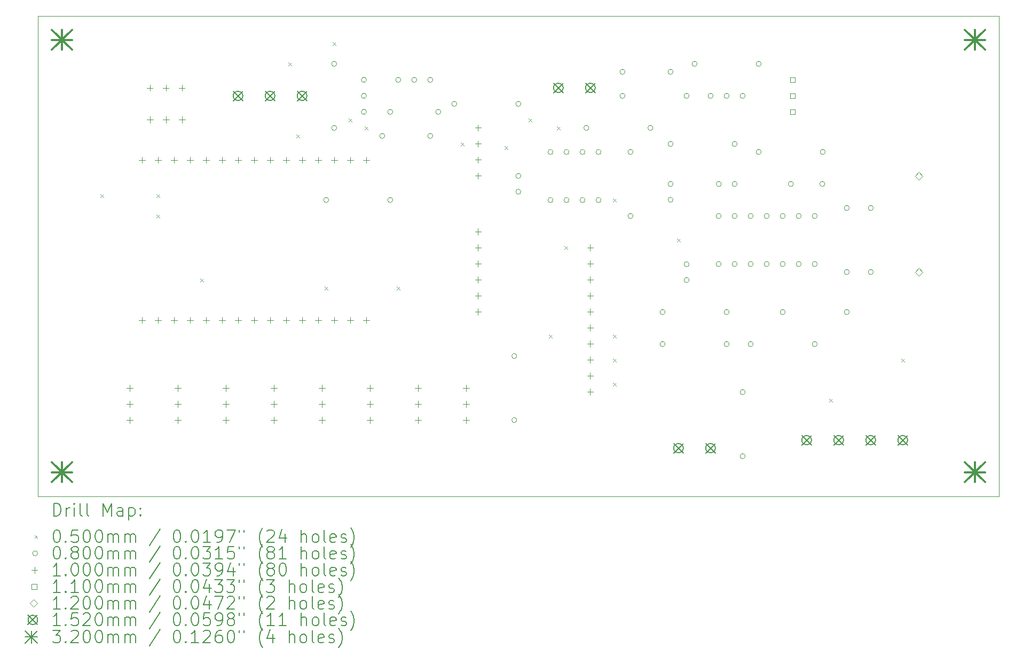
<source format=gbr>
%TF.GenerationSoftware,KiCad,Pcbnew,(6.0.9)*%
%TF.CreationDate,2022-12-06T17:52:29-03:00*%
%TF.ProjectId,anemometer,616e656d-6f6d-4657-9465-722e6b696361,rev?*%
%TF.SameCoordinates,Original*%
%TF.FileFunction,Drillmap*%
%TF.FilePolarity,Positive*%
%FSLAX45Y45*%
G04 Gerber Fmt 4.5, Leading zero omitted, Abs format (unit mm)*
G04 Created by KiCad (PCBNEW (6.0.9)) date 2022-12-06 17:52:29*
%MOMM*%
%LPD*%
G01*
G04 APERTURE LIST*
%ADD10C,0.050000*%
%ADD11C,0.200000*%
%ADD12C,0.080000*%
%ADD13C,0.100000*%
%ADD14C,0.110000*%
%ADD15C,0.120000*%
%ADD16C,0.152000*%
%ADD17C,0.320000*%
G04 APERTURE END LIST*
D10*
X7620000Y-3810000D02*
X22860000Y-3810000D01*
X22860000Y-3810000D02*
X22860000Y-11430000D01*
X22860000Y-11430000D02*
X7620000Y-11430000D01*
X7620000Y-11430000D02*
X7620000Y-3810000D01*
D11*
D10*
X8611000Y-6642500D02*
X8661000Y-6692500D01*
X8661000Y-6642500D02*
X8611000Y-6692500D01*
X9500000Y-6642500D02*
X9550000Y-6692500D01*
X9550000Y-6642500D02*
X9500000Y-6692500D01*
X9500000Y-6960000D02*
X9550000Y-7010000D01*
X9550000Y-6960000D02*
X9500000Y-7010000D01*
X10198500Y-7976000D02*
X10248500Y-8026000D01*
X10248500Y-7976000D02*
X10198500Y-8026000D01*
X11595500Y-4547000D02*
X11645500Y-4597000D01*
X11645500Y-4547000D02*
X11595500Y-4597000D01*
X11722500Y-5690000D02*
X11772500Y-5740000D01*
X11772500Y-5690000D02*
X11722500Y-5740000D01*
X12167000Y-8103000D02*
X12217000Y-8153000D01*
X12217000Y-8103000D02*
X12167000Y-8153000D01*
X12294000Y-4229500D02*
X12344000Y-4279500D01*
X12344000Y-4229500D02*
X12294000Y-4279500D01*
X12548000Y-5436000D02*
X12598000Y-5486000D01*
X12598000Y-5436000D02*
X12548000Y-5486000D01*
X12802000Y-5563000D02*
X12852000Y-5613000D01*
X12852000Y-5563000D02*
X12802000Y-5613000D01*
X13310000Y-8103000D02*
X13360000Y-8153000D01*
X13360000Y-8103000D02*
X13310000Y-8153000D01*
X14326000Y-5817000D02*
X14376000Y-5867000D01*
X14376000Y-5817000D02*
X14326000Y-5867000D01*
X15024500Y-5880500D02*
X15074500Y-5930500D01*
X15074500Y-5880500D02*
X15024500Y-5930500D01*
X15405500Y-5436000D02*
X15455500Y-5486000D01*
X15455500Y-5436000D02*
X15405500Y-5486000D01*
X15723000Y-8865000D02*
X15773000Y-8915000D01*
X15773000Y-8865000D02*
X15723000Y-8915000D01*
X15850000Y-5563000D02*
X15900000Y-5613000D01*
X15900000Y-5563000D02*
X15850000Y-5613000D01*
X15974500Y-7465500D02*
X16024500Y-7515500D01*
X16024500Y-7465500D02*
X15974500Y-7515500D01*
X16739000Y-6706000D02*
X16789000Y-6756000D01*
X16789000Y-6706000D02*
X16739000Y-6756000D01*
X16739000Y-8865000D02*
X16789000Y-8915000D01*
X16789000Y-8865000D02*
X16739000Y-8915000D01*
X16739000Y-9246000D02*
X16789000Y-9296000D01*
X16789000Y-9246000D02*
X16739000Y-9296000D01*
X16739000Y-9627000D02*
X16789000Y-9677000D01*
X16789000Y-9627000D02*
X16739000Y-9677000D01*
X17755000Y-7341000D02*
X17805000Y-7391000D01*
X17805000Y-7341000D02*
X17755000Y-7391000D01*
X20168000Y-9881000D02*
X20218000Y-9931000D01*
X20218000Y-9881000D02*
X20168000Y-9931000D01*
X21311000Y-9246000D02*
X21361000Y-9296000D01*
X21361000Y-9246000D02*
X21311000Y-9296000D01*
D12*
X12232000Y-6731000D02*
G75*
G03*
X12232000Y-6731000I-40000J0D01*
G01*
X12359000Y-4572000D02*
G75*
G03*
X12359000Y-4572000I-40000J0D01*
G01*
X12359000Y-5588000D02*
G75*
G03*
X12359000Y-5588000I-40000J0D01*
G01*
X12831000Y-4826000D02*
G75*
G03*
X12831000Y-4826000I-40000J0D01*
G01*
X12831000Y-5080000D02*
G75*
G03*
X12831000Y-5080000I-40000J0D01*
G01*
X12831000Y-5334000D02*
G75*
G03*
X12831000Y-5334000I-40000J0D01*
G01*
X13121000Y-5715000D02*
G75*
G03*
X13121000Y-5715000I-40000J0D01*
G01*
X13248000Y-5334000D02*
G75*
G03*
X13248000Y-5334000I-40000J0D01*
G01*
X13248000Y-6731000D02*
G75*
G03*
X13248000Y-6731000I-40000J0D01*
G01*
X13376000Y-4826000D02*
G75*
G03*
X13376000Y-4826000I-40000J0D01*
G01*
X13630000Y-4826000D02*
G75*
G03*
X13630000Y-4826000I-40000J0D01*
G01*
X13883000Y-5715000D02*
G75*
G03*
X13883000Y-5715000I-40000J0D01*
G01*
X13884000Y-4826000D02*
G75*
G03*
X13884000Y-4826000I-40000J0D01*
G01*
X14010000Y-5334000D02*
G75*
G03*
X14010000Y-5334000I-40000J0D01*
G01*
X14264000Y-5207000D02*
G75*
G03*
X14264000Y-5207000I-40000J0D01*
G01*
X15216500Y-9207500D02*
G75*
G03*
X15216500Y-9207500I-40000J0D01*
G01*
X15216500Y-10223500D02*
G75*
G03*
X15216500Y-10223500I-40000J0D01*
G01*
X15280000Y-5207000D02*
G75*
G03*
X15280000Y-5207000I-40000J0D01*
G01*
X15280000Y-6350000D02*
G75*
G03*
X15280000Y-6350000I-40000J0D01*
G01*
X15280000Y-6600000D02*
G75*
G03*
X15280000Y-6600000I-40000J0D01*
G01*
X15789000Y-5970500D02*
G75*
G03*
X15789000Y-5970500I-40000J0D01*
G01*
X15789000Y-6732500D02*
G75*
G03*
X15789000Y-6732500I-40000J0D01*
G01*
X16043000Y-5970500D02*
G75*
G03*
X16043000Y-5970500I-40000J0D01*
G01*
X16043000Y-6732500D02*
G75*
G03*
X16043000Y-6732500I-40000J0D01*
G01*
X16297000Y-5970500D02*
G75*
G03*
X16297000Y-5970500I-40000J0D01*
G01*
X16297000Y-6732500D02*
G75*
G03*
X16297000Y-6732500I-40000J0D01*
G01*
X16359500Y-5588000D02*
G75*
G03*
X16359500Y-5588000I-40000J0D01*
G01*
X16551000Y-5970500D02*
G75*
G03*
X16551000Y-5970500I-40000J0D01*
G01*
X16551000Y-6732500D02*
G75*
G03*
X16551000Y-6732500I-40000J0D01*
G01*
X16931000Y-4699000D02*
G75*
G03*
X16931000Y-4699000I-40000J0D01*
G01*
X16931000Y-5080000D02*
G75*
G03*
X16931000Y-5080000I-40000J0D01*
G01*
X17058000Y-5969000D02*
G75*
G03*
X17058000Y-5969000I-40000J0D01*
G01*
X17058000Y-6985000D02*
G75*
G03*
X17058000Y-6985000I-40000J0D01*
G01*
X17375500Y-5588000D02*
G75*
G03*
X17375500Y-5588000I-40000J0D01*
G01*
X17566000Y-8509000D02*
G75*
G03*
X17566000Y-8509000I-40000J0D01*
G01*
X17566000Y-9017000D02*
G75*
G03*
X17566000Y-9017000I-40000J0D01*
G01*
X17693000Y-4699000D02*
G75*
G03*
X17693000Y-4699000I-40000J0D01*
G01*
X17693000Y-5842000D02*
G75*
G03*
X17693000Y-5842000I-40000J0D01*
G01*
X17693000Y-6477000D02*
G75*
G03*
X17693000Y-6477000I-40000J0D01*
G01*
X17693000Y-6727000D02*
G75*
G03*
X17693000Y-6727000I-40000J0D01*
G01*
X17947000Y-5080000D02*
G75*
G03*
X17947000Y-5080000I-40000J0D01*
G01*
X17947000Y-7751000D02*
G75*
G03*
X17947000Y-7751000I-40000J0D01*
G01*
X17947000Y-8001000D02*
G75*
G03*
X17947000Y-8001000I-40000J0D01*
G01*
X18074000Y-4572000D02*
G75*
G03*
X18074000Y-4572000I-40000J0D01*
G01*
X18328000Y-5080000D02*
G75*
G03*
X18328000Y-5080000I-40000J0D01*
G01*
X18455500Y-6986000D02*
G75*
G03*
X18455500Y-6986000I-40000J0D01*
G01*
X18455500Y-7748000D02*
G75*
G03*
X18455500Y-7748000I-40000J0D01*
G01*
X18459000Y-6477000D02*
G75*
G03*
X18459000Y-6477000I-40000J0D01*
G01*
X18582000Y-5080000D02*
G75*
G03*
X18582000Y-5080000I-40000J0D01*
G01*
X18582000Y-8509000D02*
G75*
G03*
X18582000Y-8509000I-40000J0D01*
G01*
X18582000Y-9017000D02*
G75*
G03*
X18582000Y-9017000I-40000J0D01*
G01*
X18709000Y-5842000D02*
G75*
G03*
X18709000Y-5842000I-40000J0D01*
G01*
X18709000Y-6477000D02*
G75*
G03*
X18709000Y-6477000I-40000J0D01*
G01*
X18709500Y-6986000D02*
G75*
G03*
X18709500Y-6986000I-40000J0D01*
G01*
X18709500Y-7748000D02*
G75*
G03*
X18709500Y-7748000I-40000J0D01*
G01*
X18836000Y-5080000D02*
G75*
G03*
X18836000Y-5080000I-40000J0D01*
G01*
X18836000Y-9779000D02*
G75*
G03*
X18836000Y-9779000I-40000J0D01*
G01*
X18836000Y-10795000D02*
G75*
G03*
X18836000Y-10795000I-40000J0D01*
G01*
X18963000Y-9017000D02*
G75*
G03*
X18963000Y-9017000I-40000J0D01*
G01*
X18963500Y-6986000D02*
G75*
G03*
X18963500Y-6986000I-40000J0D01*
G01*
X18963500Y-7748000D02*
G75*
G03*
X18963500Y-7748000I-40000J0D01*
G01*
X19090000Y-4572000D02*
G75*
G03*
X19090000Y-4572000I-40000J0D01*
G01*
X19090000Y-5969000D02*
G75*
G03*
X19090000Y-5969000I-40000J0D01*
G01*
X19217500Y-6986000D02*
G75*
G03*
X19217500Y-6986000I-40000J0D01*
G01*
X19217500Y-7748000D02*
G75*
G03*
X19217500Y-7748000I-40000J0D01*
G01*
X19471000Y-8509000D02*
G75*
G03*
X19471000Y-8509000I-40000J0D01*
G01*
X19471500Y-6986000D02*
G75*
G03*
X19471500Y-6986000I-40000J0D01*
G01*
X19471500Y-7748000D02*
G75*
G03*
X19471500Y-7748000I-40000J0D01*
G01*
X19602000Y-6477000D02*
G75*
G03*
X19602000Y-6477000I-40000J0D01*
G01*
X19725500Y-6986000D02*
G75*
G03*
X19725500Y-6986000I-40000J0D01*
G01*
X19725500Y-7748000D02*
G75*
G03*
X19725500Y-7748000I-40000J0D01*
G01*
X19979000Y-9017000D02*
G75*
G03*
X19979000Y-9017000I-40000J0D01*
G01*
X19979500Y-6986000D02*
G75*
G03*
X19979500Y-6986000I-40000J0D01*
G01*
X19979500Y-7748000D02*
G75*
G03*
X19979500Y-7748000I-40000J0D01*
G01*
X20102000Y-6477000D02*
G75*
G03*
X20102000Y-6477000I-40000J0D01*
G01*
X20106000Y-5969000D02*
G75*
G03*
X20106000Y-5969000I-40000J0D01*
G01*
X20487000Y-6858000D02*
G75*
G03*
X20487000Y-6858000I-40000J0D01*
G01*
X20487000Y-7874000D02*
G75*
G03*
X20487000Y-7874000I-40000J0D01*
G01*
X20487000Y-8509000D02*
G75*
G03*
X20487000Y-8509000I-40000J0D01*
G01*
X20868000Y-6858000D02*
G75*
G03*
X20868000Y-6858000I-40000J0D01*
G01*
X20868000Y-7874000D02*
G75*
G03*
X20868000Y-7874000I-40000J0D01*
G01*
D13*
X9080500Y-9665500D02*
X9080500Y-9765500D01*
X9030500Y-9715500D02*
X9130500Y-9715500D01*
X9080500Y-9919500D02*
X9080500Y-10019500D01*
X9030500Y-9969500D02*
X9130500Y-9969500D01*
X9080500Y-10173500D02*
X9080500Y-10273500D01*
X9030500Y-10223500D02*
X9130500Y-10223500D01*
X9271000Y-6046000D02*
X9271000Y-6146000D01*
X9221000Y-6096000D02*
X9321000Y-6096000D01*
X9271000Y-8586000D02*
X9271000Y-8686000D01*
X9221000Y-8636000D02*
X9321000Y-8636000D01*
X9396500Y-4903000D02*
X9396500Y-5003000D01*
X9346500Y-4953000D02*
X9446500Y-4953000D01*
X9399500Y-5408500D02*
X9399500Y-5508500D01*
X9349500Y-5458500D02*
X9449500Y-5458500D01*
X9525000Y-6046000D02*
X9525000Y-6146000D01*
X9475000Y-6096000D02*
X9575000Y-6096000D01*
X9525000Y-8586000D02*
X9525000Y-8686000D01*
X9475000Y-8636000D02*
X9575000Y-8636000D01*
X9650500Y-4903000D02*
X9650500Y-5003000D01*
X9600500Y-4953000D02*
X9700500Y-4953000D01*
X9653500Y-5408500D02*
X9653500Y-5508500D01*
X9603500Y-5458500D02*
X9703500Y-5458500D01*
X9779000Y-6046000D02*
X9779000Y-6146000D01*
X9729000Y-6096000D02*
X9829000Y-6096000D01*
X9779000Y-8586000D02*
X9779000Y-8686000D01*
X9729000Y-8636000D02*
X9829000Y-8636000D01*
X9842500Y-9665500D02*
X9842500Y-9765500D01*
X9792500Y-9715500D02*
X9892500Y-9715500D01*
X9842500Y-9919500D02*
X9842500Y-10019500D01*
X9792500Y-9969500D02*
X9892500Y-9969500D01*
X9842500Y-10173500D02*
X9842500Y-10273500D01*
X9792500Y-10223500D02*
X9892500Y-10223500D01*
X9904500Y-4903000D02*
X9904500Y-5003000D01*
X9854500Y-4953000D02*
X9954500Y-4953000D01*
X9907500Y-5408500D02*
X9907500Y-5508500D01*
X9857500Y-5458500D02*
X9957500Y-5458500D01*
X10033000Y-6046000D02*
X10033000Y-6146000D01*
X9983000Y-6096000D02*
X10083000Y-6096000D01*
X10033000Y-8586000D02*
X10033000Y-8686000D01*
X9983000Y-8636000D02*
X10083000Y-8636000D01*
X10287000Y-6046000D02*
X10287000Y-6146000D01*
X10237000Y-6096000D02*
X10337000Y-6096000D01*
X10287000Y-8586000D02*
X10287000Y-8686000D01*
X10237000Y-8636000D02*
X10337000Y-8636000D01*
X10541000Y-6046000D02*
X10541000Y-6146000D01*
X10491000Y-6096000D02*
X10591000Y-6096000D01*
X10541000Y-8586000D02*
X10541000Y-8686000D01*
X10491000Y-8636000D02*
X10591000Y-8636000D01*
X10604500Y-9665500D02*
X10604500Y-9765500D01*
X10554500Y-9715500D02*
X10654500Y-9715500D01*
X10604500Y-9919500D02*
X10604500Y-10019500D01*
X10554500Y-9969500D02*
X10654500Y-9969500D01*
X10604500Y-10173500D02*
X10604500Y-10273500D01*
X10554500Y-10223500D02*
X10654500Y-10223500D01*
X10795000Y-6046000D02*
X10795000Y-6146000D01*
X10745000Y-6096000D02*
X10845000Y-6096000D01*
X10795000Y-8586000D02*
X10795000Y-8686000D01*
X10745000Y-8636000D02*
X10845000Y-8636000D01*
X11049000Y-6046000D02*
X11049000Y-6146000D01*
X10999000Y-6096000D02*
X11099000Y-6096000D01*
X11049000Y-8586000D02*
X11049000Y-8686000D01*
X10999000Y-8636000D02*
X11099000Y-8636000D01*
X11303000Y-6046000D02*
X11303000Y-6146000D01*
X11253000Y-6096000D02*
X11353000Y-6096000D01*
X11303000Y-8586000D02*
X11303000Y-8686000D01*
X11253000Y-8636000D02*
X11353000Y-8636000D01*
X11366500Y-9665500D02*
X11366500Y-9765500D01*
X11316500Y-9715500D02*
X11416500Y-9715500D01*
X11366500Y-9919500D02*
X11366500Y-10019500D01*
X11316500Y-9969500D02*
X11416500Y-9969500D01*
X11366500Y-10173500D02*
X11366500Y-10273500D01*
X11316500Y-10223500D02*
X11416500Y-10223500D01*
X11557000Y-6046000D02*
X11557000Y-6146000D01*
X11507000Y-6096000D02*
X11607000Y-6096000D01*
X11557000Y-8586000D02*
X11557000Y-8686000D01*
X11507000Y-8636000D02*
X11607000Y-8636000D01*
X11811000Y-6046000D02*
X11811000Y-6146000D01*
X11761000Y-6096000D02*
X11861000Y-6096000D01*
X11811000Y-8586000D02*
X11811000Y-8686000D01*
X11761000Y-8636000D02*
X11861000Y-8636000D01*
X12065000Y-6046000D02*
X12065000Y-6146000D01*
X12015000Y-6096000D02*
X12115000Y-6096000D01*
X12065000Y-8586000D02*
X12065000Y-8686000D01*
X12015000Y-8636000D02*
X12115000Y-8636000D01*
X12128500Y-9665500D02*
X12128500Y-9765500D01*
X12078500Y-9715500D02*
X12178500Y-9715500D01*
X12128500Y-9919500D02*
X12128500Y-10019500D01*
X12078500Y-9969500D02*
X12178500Y-9969500D01*
X12128500Y-10173500D02*
X12128500Y-10273500D01*
X12078500Y-10223500D02*
X12178500Y-10223500D01*
X12319000Y-6046000D02*
X12319000Y-6146000D01*
X12269000Y-6096000D02*
X12369000Y-6096000D01*
X12319000Y-8586000D02*
X12319000Y-8686000D01*
X12269000Y-8636000D02*
X12369000Y-8636000D01*
X12573000Y-6046000D02*
X12573000Y-6146000D01*
X12523000Y-6096000D02*
X12623000Y-6096000D01*
X12573000Y-8586000D02*
X12573000Y-8686000D01*
X12523000Y-8636000D02*
X12623000Y-8636000D01*
X12827000Y-6046000D02*
X12827000Y-6146000D01*
X12777000Y-6096000D02*
X12877000Y-6096000D01*
X12827000Y-8586000D02*
X12827000Y-8686000D01*
X12777000Y-8636000D02*
X12877000Y-8636000D01*
X12890500Y-9665500D02*
X12890500Y-9765500D01*
X12840500Y-9715500D02*
X12940500Y-9715500D01*
X12890500Y-9919500D02*
X12890500Y-10019500D01*
X12840500Y-9969500D02*
X12940500Y-9969500D01*
X12890500Y-10173500D02*
X12890500Y-10273500D01*
X12840500Y-10223500D02*
X12940500Y-10223500D01*
X13652500Y-9665500D02*
X13652500Y-9765500D01*
X13602500Y-9715500D02*
X13702500Y-9715500D01*
X13652500Y-9919500D02*
X13652500Y-10019500D01*
X13602500Y-9969500D02*
X13702500Y-9969500D01*
X13652500Y-10173500D02*
X13652500Y-10273500D01*
X13602500Y-10223500D02*
X13702500Y-10223500D01*
X14414500Y-9665500D02*
X14414500Y-9765500D01*
X14364500Y-9715500D02*
X14464500Y-9715500D01*
X14414500Y-9919500D02*
X14414500Y-10019500D01*
X14364500Y-9969500D02*
X14464500Y-9969500D01*
X14414500Y-10173500D02*
X14414500Y-10273500D01*
X14364500Y-10223500D02*
X14464500Y-10223500D01*
X14602500Y-5537000D02*
X14602500Y-5637000D01*
X14552500Y-5587000D02*
X14652500Y-5587000D01*
X14602500Y-5791000D02*
X14602500Y-5891000D01*
X14552500Y-5841000D02*
X14652500Y-5841000D01*
X14602500Y-6045000D02*
X14602500Y-6145000D01*
X14552500Y-6095000D02*
X14652500Y-6095000D01*
X14602500Y-6299000D02*
X14602500Y-6399000D01*
X14552500Y-6349000D02*
X14652500Y-6349000D01*
X14602500Y-7186500D02*
X14602500Y-7286500D01*
X14552500Y-7236500D02*
X14652500Y-7236500D01*
X14602500Y-7440500D02*
X14602500Y-7540500D01*
X14552500Y-7490500D02*
X14652500Y-7490500D01*
X14602500Y-7694500D02*
X14602500Y-7794500D01*
X14552500Y-7744500D02*
X14652500Y-7744500D01*
X14602500Y-7948500D02*
X14602500Y-8048500D01*
X14552500Y-7998500D02*
X14652500Y-7998500D01*
X14602500Y-8202500D02*
X14602500Y-8302500D01*
X14552500Y-8252500D02*
X14652500Y-8252500D01*
X14602500Y-8456500D02*
X14602500Y-8556500D01*
X14552500Y-8506500D02*
X14652500Y-8506500D01*
X16380500Y-7440000D02*
X16380500Y-7540000D01*
X16330500Y-7490000D02*
X16430500Y-7490000D01*
X16380500Y-7694000D02*
X16380500Y-7794000D01*
X16330500Y-7744000D02*
X16430500Y-7744000D01*
X16380500Y-7948000D02*
X16380500Y-8048000D01*
X16330500Y-7998000D02*
X16430500Y-7998000D01*
X16380500Y-8202000D02*
X16380500Y-8302000D01*
X16330500Y-8252000D02*
X16430500Y-8252000D01*
X16380500Y-8456000D02*
X16380500Y-8556000D01*
X16330500Y-8506000D02*
X16430500Y-8506000D01*
X16380500Y-8710000D02*
X16380500Y-8810000D01*
X16330500Y-8760000D02*
X16430500Y-8760000D01*
X16380500Y-8964000D02*
X16380500Y-9064000D01*
X16330500Y-9014000D02*
X16430500Y-9014000D01*
X16380500Y-9218000D02*
X16380500Y-9318000D01*
X16330500Y-9268000D02*
X16430500Y-9268000D01*
X16380500Y-9472000D02*
X16380500Y-9572000D01*
X16330500Y-9522000D02*
X16430500Y-9522000D01*
X16380500Y-9726000D02*
X16380500Y-9826000D01*
X16330500Y-9776000D02*
X16430500Y-9776000D01*
D14*
X19627891Y-4864891D02*
X19627891Y-4787109D01*
X19550109Y-4787109D01*
X19550109Y-4864891D01*
X19627891Y-4864891D01*
X19627891Y-5118891D02*
X19627891Y-5041109D01*
X19550109Y-5041109D01*
X19550109Y-5118891D01*
X19627891Y-5118891D01*
X19627891Y-5372891D02*
X19627891Y-5295109D01*
X19550109Y-5295109D01*
X19550109Y-5372891D01*
X19627891Y-5372891D01*
D15*
X21590000Y-6410000D02*
X21650000Y-6350000D01*
X21590000Y-6290000D01*
X21530000Y-6350000D01*
X21590000Y-6410000D01*
X21590000Y-7934000D02*
X21650000Y-7874000D01*
X21590000Y-7814000D01*
X21530000Y-7874000D01*
X21590000Y-7934000D01*
D16*
X10719000Y-5004000D02*
X10871000Y-5156000D01*
X10871000Y-5004000D02*
X10719000Y-5156000D01*
X10871000Y-5080000D02*
G75*
G03*
X10871000Y-5080000I-76000J0D01*
G01*
X11227000Y-5004000D02*
X11379000Y-5156000D01*
X11379000Y-5004000D02*
X11227000Y-5156000D01*
X11379000Y-5080000D02*
G75*
G03*
X11379000Y-5080000I-76000J0D01*
G01*
X11735000Y-5004000D02*
X11887000Y-5156000D01*
X11887000Y-5004000D02*
X11735000Y-5156000D01*
X11887000Y-5080000D02*
G75*
G03*
X11887000Y-5080000I-76000J0D01*
G01*
X15799000Y-4877000D02*
X15951000Y-5029000D01*
X15951000Y-4877000D02*
X15799000Y-5029000D01*
X15951000Y-4953000D02*
G75*
G03*
X15951000Y-4953000I-76000J0D01*
G01*
X16307000Y-4877000D02*
X16459000Y-5029000D01*
X16459000Y-4877000D02*
X16307000Y-5029000D01*
X16459000Y-4953000D02*
G75*
G03*
X16459000Y-4953000I-76000J0D01*
G01*
X17704000Y-10592000D02*
X17856000Y-10744000D01*
X17856000Y-10592000D02*
X17704000Y-10744000D01*
X17856000Y-10668000D02*
G75*
G03*
X17856000Y-10668000I-76000J0D01*
G01*
X18212000Y-10592000D02*
X18364000Y-10744000D01*
X18364000Y-10592000D02*
X18212000Y-10744000D01*
X18364000Y-10668000D02*
G75*
G03*
X18364000Y-10668000I-76000J0D01*
G01*
X19736000Y-10465000D02*
X19888000Y-10617000D01*
X19888000Y-10465000D02*
X19736000Y-10617000D01*
X19888000Y-10541000D02*
G75*
G03*
X19888000Y-10541000I-76000J0D01*
G01*
X20244000Y-10465000D02*
X20396000Y-10617000D01*
X20396000Y-10465000D02*
X20244000Y-10617000D01*
X20396000Y-10541000D02*
G75*
G03*
X20396000Y-10541000I-76000J0D01*
G01*
X20752000Y-10465000D02*
X20904000Y-10617000D01*
X20904000Y-10465000D02*
X20752000Y-10617000D01*
X20904000Y-10541000D02*
G75*
G03*
X20904000Y-10541000I-76000J0D01*
G01*
X21260000Y-10465000D02*
X21412000Y-10617000D01*
X21412000Y-10465000D02*
X21260000Y-10617000D01*
X21412000Y-10541000D02*
G75*
G03*
X21412000Y-10541000I-76000J0D01*
G01*
D17*
X7841000Y-4031000D02*
X8161000Y-4351000D01*
X8161000Y-4031000D02*
X7841000Y-4351000D01*
X8001000Y-4031000D02*
X8001000Y-4351000D01*
X7841000Y-4191000D02*
X8161000Y-4191000D01*
X7841000Y-10889000D02*
X8161000Y-11209000D01*
X8161000Y-10889000D02*
X7841000Y-11209000D01*
X8001000Y-10889000D02*
X8001000Y-11209000D01*
X7841000Y-11049000D02*
X8161000Y-11049000D01*
X22319000Y-4031000D02*
X22639000Y-4351000D01*
X22639000Y-4031000D02*
X22319000Y-4351000D01*
X22479000Y-4031000D02*
X22479000Y-4351000D01*
X22319000Y-4191000D02*
X22639000Y-4191000D01*
X22319000Y-10889000D02*
X22639000Y-11209000D01*
X22639000Y-10889000D02*
X22319000Y-11209000D01*
X22479000Y-10889000D02*
X22479000Y-11209000D01*
X22319000Y-11049000D02*
X22639000Y-11049000D01*
D11*
X7875119Y-11742976D02*
X7875119Y-11542976D01*
X7922738Y-11542976D01*
X7951309Y-11552500D01*
X7970357Y-11571548D01*
X7979881Y-11590595D01*
X7989405Y-11628690D01*
X7989405Y-11657262D01*
X7979881Y-11695357D01*
X7970357Y-11714405D01*
X7951309Y-11733452D01*
X7922738Y-11742976D01*
X7875119Y-11742976D01*
X8075119Y-11742976D02*
X8075119Y-11609643D01*
X8075119Y-11647738D02*
X8084643Y-11628690D01*
X8094167Y-11619167D01*
X8113214Y-11609643D01*
X8132262Y-11609643D01*
X8198928Y-11742976D02*
X8198928Y-11609643D01*
X8198928Y-11542976D02*
X8189405Y-11552500D01*
X8198928Y-11562024D01*
X8208452Y-11552500D01*
X8198928Y-11542976D01*
X8198928Y-11562024D01*
X8322738Y-11742976D02*
X8303690Y-11733452D01*
X8294167Y-11714405D01*
X8294167Y-11542976D01*
X8427500Y-11742976D02*
X8408452Y-11733452D01*
X8398929Y-11714405D01*
X8398929Y-11542976D01*
X8656071Y-11742976D02*
X8656071Y-11542976D01*
X8722738Y-11685833D01*
X8789405Y-11542976D01*
X8789405Y-11742976D01*
X8970357Y-11742976D02*
X8970357Y-11638214D01*
X8960833Y-11619167D01*
X8941786Y-11609643D01*
X8903690Y-11609643D01*
X8884643Y-11619167D01*
X8970357Y-11733452D02*
X8951310Y-11742976D01*
X8903690Y-11742976D01*
X8884643Y-11733452D01*
X8875119Y-11714405D01*
X8875119Y-11695357D01*
X8884643Y-11676309D01*
X8903690Y-11666786D01*
X8951310Y-11666786D01*
X8970357Y-11657262D01*
X9065595Y-11609643D02*
X9065595Y-11809643D01*
X9065595Y-11619167D02*
X9084643Y-11609643D01*
X9122738Y-11609643D01*
X9141786Y-11619167D01*
X9151310Y-11628690D01*
X9160833Y-11647738D01*
X9160833Y-11704881D01*
X9151310Y-11723928D01*
X9141786Y-11733452D01*
X9122738Y-11742976D01*
X9084643Y-11742976D01*
X9065595Y-11733452D01*
X9246548Y-11723928D02*
X9256071Y-11733452D01*
X9246548Y-11742976D01*
X9237024Y-11733452D01*
X9246548Y-11723928D01*
X9246548Y-11742976D01*
X9246548Y-11619167D02*
X9256071Y-11628690D01*
X9246548Y-11638214D01*
X9237024Y-11628690D01*
X9246548Y-11619167D01*
X9246548Y-11638214D01*
D10*
X7567500Y-12047500D02*
X7617500Y-12097500D01*
X7617500Y-12047500D02*
X7567500Y-12097500D01*
D11*
X7913214Y-11962976D02*
X7932262Y-11962976D01*
X7951309Y-11972500D01*
X7960833Y-11982024D01*
X7970357Y-12001071D01*
X7979881Y-12039167D01*
X7979881Y-12086786D01*
X7970357Y-12124881D01*
X7960833Y-12143928D01*
X7951309Y-12153452D01*
X7932262Y-12162976D01*
X7913214Y-12162976D01*
X7894167Y-12153452D01*
X7884643Y-12143928D01*
X7875119Y-12124881D01*
X7865595Y-12086786D01*
X7865595Y-12039167D01*
X7875119Y-12001071D01*
X7884643Y-11982024D01*
X7894167Y-11972500D01*
X7913214Y-11962976D01*
X8065595Y-12143928D02*
X8075119Y-12153452D01*
X8065595Y-12162976D01*
X8056071Y-12153452D01*
X8065595Y-12143928D01*
X8065595Y-12162976D01*
X8256071Y-11962976D02*
X8160833Y-11962976D01*
X8151309Y-12058214D01*
X8160833Y-12048690D01*
X8179881Y-12039167D01*
X8227500Y-12039167D01*
X8246548Y-12048690D01*
X8256071Y-12058214D01*
X8265595Y-12077262D01*
X8265595Y-12124881D01*
X8256071Y-12143928D01*
X8246548Y-12153452D01*
X8227500Y-12162976D01*
X8179881Y-12162976D01*
X8160833Y-12153452D01*
X8151309Y-12143928D01*
X8389405Y-11962976D02*
X8408452Y-11962976D01*
X8427500Y-11972500D01*
X8437024Y-11982024D01*
X8446548Y-12001071D01*
X8456071Y-12039167D01*
X8456071Y-12086786D01*
X8446548Y-12124881D01*
X8437024Y-12143928D01*
X8427500Y-12153452D01*
X8408452Y-12162976D01*
X8389405Y-12162976D01*
X8370357Y-12153452D01*
X8360833Y-12143928D01*
X8351309Y-12124881D01*
X8341786Y-12086786D01*
X8341786Y-12039167D01*
X8351309Y-12001071D01*
X8360833Y-11982024D01*
X8370357Y-11972500D01*
X8389405Y-11962976D01*
X8579881Y-11962976D02*
X8598929Y-11962976D01*
X8617976Y-11972500D01*
X8627500Y-11982024D01*
X8637024Y-12001071D01*
X8646548Y-12039167D01*
X8646548Y-12086786D01*
X8637024Y-12124881D01*
X8627500Y-12143928D01*
X8617976Y-12153452D01*
X8598929Y-12162976D01*
X8579881Y-12162976D01*
X8560833Y-12153452D01*
X8551310Y-12143928D01*
X8541786Y-12124881D01*
X8532262Y-12086786D01*
X8532262Y-12039167D01*
X8541786Y-12001071D01*
X8551310Y-11982024D01*
X8560833Y-11972500D01*
X8579881Y-11962976D01*
X8732262Y-12162976D02*
X8732262Y-12029643D01*
X8732262Y-12048690D02*
X8741786Y-12039167D01*
X8760833Y-12029643D01*
X8789405Y-12029643D01*
X8808452Y-12039167D01*
X8817976Y-12058214D01*
X8817976Y-12162976D01*
X8817976Y-12058214D02*
X8827500Y-12039167D01*
X8846548Y-12029643D01*
X8875119Y-12029643D01*
X8894167Y-12039167D01*
X8903690Y-12058214D01*
X8903690Y-12162976D01*
X8998929Y-12162976D02*
X8998929Y-12029643D01*
X8998929Y-12048690D02*
X9008452Y-12039167D01*
X9027500Y-12029643D01*
X9056071Y-12029643D01*
X9075119Y-12039167D01*
X9084643Y-12058214D01*
X9084643Y-12162976D01*
X9084643Y-12058214D02*
X9094167Y-12039167D01*
X9113214Y-12029643D01*
X9141786Y-12029643D01*
X9160833Y-12039167D01*
X9170357Y-12058214D01*
X9170357Y-12162976D01*
X9560833Y-11953452D02*
X9389405Y-12210595D01*
X9817976Y-11962976D02*
X9837024Y-11962976D01*
X9856071Y-11972500D01*
X9865595Y-11982024D01*
X9875119Y-12001071D01*
X9884643Y-12039167D01*
X9884643Y-12086786D01*
X9875119Y-12124881D01*
X9865595Y-12143928D01*
X9856071Y-12153452D01*
X9837024Y-12162976D01*
X9817976Y-12162976D01*
X9798929Y-12153452D01*
X9789405Y-12143928D01*
X9779881Y-12124881D01*
X9770357Y-12086786D01*
X9770357Y-12039167D01*
X9779881Y-12001071D01*
X9789405Y-11982024D01*
X9798929Y-11972500D01*
X9817976Y-11962976D01*
X9970357Y-12143928D02*
X9979881Y-12153452D01*
X9970357Y-12162976D01*
X9960833Y-12153452D01*
X9970357Y-12143928D01*
X9970357Y-12162976D01*
X10103690Y-11962976D02*
X10122738Y-11962976D01*
X10141786Y-11972500D01*
X10151310Y-11982024D01*
X10160833Y-12001071D01*
X10170357Y-12039167D01*
X10170357Y-12086786D01*
X10160833Y-12124881D01*
X10151310Y-12143928D01*
X10141786Y-12153452D01*
X10122738Y-12162976D01*
X10103690Y-12162976D01*
X10084643Y-12153452D01*
X10075119Y-12143928D01*
X10065595Y-12124881D01*
X10056071Y-12086786D01*
X10056071Y-12039167D01*
X10065595Y-12001071D01*
X10075119Y-11982024D01*
X10084643Y-11972500D01*
X10103690Y-11962976D01*
X10360833Y-12162976D02*
X10246548Y-12162976D01*
X10303690Y-12162976D02*
X10303690Y-11962976D01*
X10284643Y-11991548D01*
X10265595Y-12010595D01*
X10246548Y-12020119D01*
X10456071Y-12162976D02*
X10494167Y-12162976D01*
X10513214Y-12153452D01*
X10522738Y-12143928D01*
X10541786Y-12115357D01*
X10551310Y-12077262D01*
X10551310Y-12001071D01*
X10541786Y-11982024D01*
X10532262Y-11972500D01*
X10513214Y-11962976D01*
X10475119Y-11962976D01*
X10456071Y-11972500D01*
X10446548Y-11982024D01*
X10437024Y-12001071D01*
X10437024Y-12048690D01*
X10446548Y-12067738D01*
X10456071Y-12077262D01*
X10475119Y-12086786D01*
X10513214Y-12086786D01*
X10532262Y-12077262D01*
X10541786Y-12067738D01*
X10551310Y-12048690D01*
X10617976Y-11962976D02*
X10751310Y-11962976D01*
X10665595Y-12162976D01*
X10817976Y-11962976D02*
X10817976Y-12001071D01*
X10894167Y-11962976D02*
X10894167Y-12001071D01*
X11189405Y-12239167D02*
X11179881Y-12229643D01*
X11160833Y-12201071D01*
X11151310Y-12182024D01*
X11141786Y-12153452D01*
X11132262Y-12105833D01*
X11132262Y-12067738D01*
X11141786Y-12020119D01*
X11151310Y-11991548D01*
X11160833Y-11972500D01*
X11179881Y-11943928D01*
X11189405Y-11934405D01*
X11256071Y-11982024D02*
X11265595Y-11972500D01*
X11284643Y-11962976D01*
X11332262Y-11962976D01*
X11351309Y-11972500D01*
X11360833Y-11982024D01*
X11370357Y-12001071D01*
X11370357Y-12020119D01*
X11360833Y-12048690D01*
X11246548Y-12162976D01*
X11370357Y-12162976D01*
X11541786Y-12029643D02*
X11541786Y-12162976D01*
X11494167Y-11953452D02*
X11446548Y-12096309D01*
X11570357Y-12096309D01*
X11798928Y-12162976D02*
X11798928Y-11962976D01*
X11884643Y-12162976D02*
X11884643Y-12058214D01*
X11875119Y-12039167D01*
X11856071Y-12029643D01*
X11827500Y-12029643D01*
X11808452Y-12039167D01*
X11798928Y-12048690D01*
X12008452Y-12162976D02*
X11989405Y-12153452D01*
X11979881Y-12143928D01*
X11970357Y-12124881D01*
X11970357Y-12067738D01*
X11979881Y-12048690D01*
X11989405Y-12039167D01*
X12008452Y-12029643D01*
X12037024Y-12029643D01*
X12056071Y-12039167D01*
X12065595Y-12048690D01*
X12075119Y-12067738D01*
X12075119Y-12124881D01*
X12065595Y-12143928D01*
X12056071Y-12153452D01*
X12037024Y-12162976D01*
X12008452Y-12162976D01*
X12189405Y-12162976D02*
X12170357Y-12153452D01*
X12160833Y-12134405D01*
X12160833Y-11962976D01*
X12341786Y-12153452D02*
X12322738Y-12162976D01*
X12284643Y-12162976D01*
X12265595Y-12153452D01*
X12256071Y-12134405D01*
X12256071Y-12058214D01*
X12265595Y-12039167D01*
X12284643Y-12029643D01*
X12322738Y-12029643D01*
X12341786Y-12039167D01*
X12351309Y-12058214D01*
X12351309Y-12077262D01*
X12256071Y-12096309D01*
X12427500Y-12153452D02*
X12446548Y-12162976D01*
X12484643Y-12162976D01*
X12503690Y-12153452D01*
X12513214Y-12134405D01*
X12513214Y-12124881D01*
X12503690Y-12105833D01*
X12484643Y-12096309D01*
X12456071Y-12096309D01*
X12437024Y-12086786D01*
X12427500Y-12067738D01*
X12427500Y-12058214D01*
X12437024Y-12039167D01*
X12456071Y-12029643D01*
X12484643Y-12029643D01*
X12503690Y-12039167D01*
X12579881Y-12239167D02*
X12589405Y-12229643D01*
X12608452Y-12201071D01*
X12617976Y-12182024D01*
X12627500Y-12153452D01*
X12637024Y-12105833D01*
X12637024Y-12067738D01*
X12627500Y-12020119D01*
X12617976Y-11991548D01*
X12608452Y-11972500D01*
X12589405Y-11943928D01*
X12579881Y-11934405D01*
D12*
X7617500Y-12336500D02*
G75*
G03*
X7617500Y-12336500I-40000J0D01*
G01*
D11*
X7913214Y-12226976D02*
X7932262Y-12226976D01*
X7951309Y-12236500D01*
X7960833Y-12246024D01*
X7970357Y-12265071D01*
X7979881Y-12303167D01*
X7979881Y-12350786D01*
X7970357Y-12388881D01*
X7960833Y-12407928D01*
X7951309Y-12417452D01*
X7932262Y-12426976D01*
X7913214Y-12426976D01*
X7894167Y-12417452D01*
X7884643Y-12407928D01*
X7875119Y-12388881D01*
X7865595Y-12350786D01*
X7865595Y-12303167D01*
X7875119Y-12265071D01*
X7884643Y-12246024D01*
X7894167Y-12236500D01*
X7913214Y-12226976D01*
X8065595Y-12407928D02*
X8075119Y-12417452D01*
X8065595Y-12426976D01*
X8056071Y-12417452D01*
X8065595Y-12407928D01*
X8065595Y-12426976D01*
X8189405Y-12312690D02*
X8170357Y-12303167D01*
X8160833Y-12293643D01*
X8151309Y-12274595D01*
X8151309Y-12265071D01*
X8160833Y-12246024D01*
X8170357Y-12236500D01*
X8189405Y-12226976D01*
X8227500Y-12226976D01*
X8246548Y-12236500D01*
X8256071Y-12246024D01*
X8265595Y-12265071D01*
X8265595Y-12274595D01*
X8256071Y-12293643D01*
X8246548Y-12303167D01*
X8227500Y-12312690D01*
X8189405Y-12312690D01*
X8170357Y-12322214D01*
X8160833Y-12331738D01*
X8151309Y-12350786D01*
X8151309Y-12388881D01*
X8160833Y-12407928D01*
X8170357Y-12417452D01*
X8189405Y-12426976D01*
X8227500Y-12426976D01*
X8246548Y-12417452D01*
X8256071Y-12407928D01*
X8265595Y-12388881D01*
X8265595Y-12350786D01*
X8256071Y-12331738D01*
X8246548Y-12322214D01*
X8227500Y-12312690D01*
X8389405Y-12226976D02*
X8408452Y-12226976D01*
X8427500Y-12236500D01*
X8437024Y-12246024D01*
X8446548Y-12265071D01*
X8456071Y-12303167D01*
X8456071Y-12350786D01*
X8446548Y-12388881D01*
X8437024Y-12407928D01*
X8427500Y-12417452D01*
X8408452Y-12426976D01*
X8389405Y-12426976D01*
X8370357Y-12417452D01*
X8360833Y-12407928D01*
X8351309Y-12388881D01*
X8341786Y-12350786D01*
X8341786Y-12303167D01*
X8351309Y-12265071D01*
X8360833Y-12246024D01*
X8370357Y-12236500D01*
X8389405Y-12226976D01*
X8579881Y-12226976D02*
X8598929Y-12226976D01*
X8617976Y-12236500D01*
X8627500Y-12246024D01*
X8637024Y-12265071D01*
X8646548Y-12303167D01*
X8646548Y-12350786D01*
X8637024Y-12388881D01*
X8627500Y-12407928D01*
X8617976Y-12417452D01*
X8598929Y-12426976D01*
X8579881Y-12426976D01*
X8560833Y-12417452D01*
X8551310Y-12407928D01*
X8541786Y-12388881D01*
X8532262Y-12350786D01*
X8532262Y-12303167D01*
X8541786Y-12265071D01*
X8551310Y-12246024D01*
X8560833Y-12236500D01*
X8579881Y-12226976D01*
X8732262Y-12426976D02*
X8732262Y-12293643D01*
X8732262Y-12312690D02*
X8741786Y-12303167D01*
X8760833Y-12293643D01*
X8789405Y-12293643D01*
X8808452Y-12303167D01*
X8817976Y-12322214D01*
X8817976Y-12426976D01*
X8817976Y-12322214D02*
X8827500Y-12303167D01*
X8846548Y-12293643D01*
X8875119Y-12293643D01*
X8894167Y-12303167D01*
X8903690Y-12322214D01*
X8903690Y-12426976D01*
X8998929Y-12426976D02*
X8998929Y-12293643D01*
X8998929Y-12312690D02*
X9008452Y-12303167D01*
X9027500Y-12293643D01*
X9056071Y-12293643D01*
X9075119Y-12303167D01*
X9084643Y-12322214D01*
X9084643Y-12426976D01*
X9084643Y-12322214D02*
X9094167Y-12303167D01*
X9113214Y-12293643D01*
X9141786Y-12293643D01*
X9160833Y-12303167D01*
X9170357Y-12322214D01*
X9170357Y-12426976D01*
X9560833Y-12217452D02*
X9389405Y-12474595D01*
X9817976Y-12226976D02*
X9837024Y-12226976D01*
X9856071Y-12236500D01*
X9865595Y-12246024D01*
X9875119Y-12265071D01*
X9884643Y-12303167D01*
X9884643Y-12350786D01*
X9875119Y-12388881D01*
X9865595Y-12407928D01*
X9856071Y-12417452D01*
X9837024Y-12426976D01*
X9817976Y-12426976D01*
X9798929Y-12417452D01*
X9789405Y-12407928D01*
X9779881Y-12388881D01*
X9770357Y-12350786D01*
X9770357Y-12303167D01*
X9779881Y-12265071D01*
X9789405Y-12246024D01*
X9798929Y-12236500D01*
X9817976Y-12226976D01*
X9970357Y-12407928D02*
X9979881Y-12417452D01*
X9970357Y-12426976D01*
X9960833Y-12417452D01*
X9970357Y-12407928D01*
X9970357Y-12426976D01*
X10103690Y-12226976D02*
X10122738Y-12226976D01*
X10141786Y-12236500D01*
X10151310Y-12246024D01*
X10160833Y-12265071D01*
X10170357Y-12303167D01*
X10170357Y-12350786D01*
X10160833Y-12388881D01*
X10151310Y-12407928D01*
X10141786Y-12417452D01*
X10122738Y-12426976D01*
X10103690Y-12426976D01*
X10084643Y-12417452D01*
X10075119Y-12407928D01*
X10065595Y-12388881D01*
X10056071Y-12350786D01*
X10056071Y-12303167D01*
X10065595Y-12265071D01*
X10075119Y-12246024D01*
X10084643Y-12236500D01*
X10103690Y-12226976D01*
X10237024Y-12226976D02*
X10360833Y-12226976D01*
X10294167Y-12303167D01*
X10322738Y-12303167D01*
X10341786Y-12312690D01*
X10351310Y-12322214D01*
X10360833Y-12341262D01*
X10360833Y-12388881D01*
X10351310Y-12407928D01*
X10341786Y-12417452D01*
X10322738Y-12426976D01*
X10265595Y-12426976D01*
X10246548Y-12417452D01*
X10237024Y-12407928D01*
X10551310Y-12426976D02*
X10437024Y-12426976D01*
X10494167Y-12426976D02*
X10494167Y-12226976D01*
X10475119Y-12255548D01*
X10456071Y-12274595D01*
X10437024Y-12284119D01*
X10732262Y-12226976D02*
X10637024Y-12226976D01*
X10627500Y-12322214D01*
X10637024Y-12312690D01*
X10656071Y-12303167D01*
X10703690Y-12303167D01*
X10722738Y-12312690D01*
X10732262Y-12322214D01*
X10741786Y-12341262D01*
X10741786Y-12388881D01*
X10732262Y-12407928D01*
X10722738Y-12417452D01*
X10703690Y-12426976D01*
X10656071Y-12426976D01*
X10637024Y-12417452D01*
X10627500Y-12407928D01*
X10817976Y-12226976D02*
X10817976Y-12265071D01*
X10894167Y-12226976D02*
X10894167Y-12265071D01*
X11189405Y-12503167D02*
X11179881Y-12493643D01*
X11160833Y-12465071D01*
X11151310Y-12446024D01*
X11141786Y-12417452D01*
X11132262Y-12369833D01*
X11132262Y-12331738D01*
X11141786Y-12284119D01*
X11151310Y-12255548D01*
X11160833Y-12236500D01*
X11179881Y-12207928D01*
X11189405Y-12198405D01*
X11294167Y-12312690D02*
X11275119Y-12303167D01*
X11265595Y-12293643D01*
X11256071Y-12274595D01*
X11256071Y-12265071D01*
X11265595Y-12246024D01*
X11275119Y-12236500D01*
X11294167Y-12226976D01*
X11332262Y-12226976D01*
X11351309Y-12236500D01*
X11360833Y-12246024D01*
X11370357Y-12265071D01*
X11370357Y-12274595D01*
X11360833Y-12293643D01*
X11351309Y-12303167D01*
X11332262Y-12312690D01*
X11294167Y-12312690D01*
X11275119Y-12322214D01*
X11265595Y-12331738D01*
X11256071Y-12350786D01*
X11256071Y-12388881D01*
X11265595Y-12407928D01*
X11275119Y-12417452D01*
X11294167Y-12426976D01*
X11332262Y-12426976D01*
X11351309Y-12417452D01*
X11360833Y-12407928D01*
X11370357Y-12388881D01*
X11370357Y-12350786D01*
X11360833Y-12331738D01*
X11351309Y-12322214D01*
X11332262Y-12312690D01*
X11560833Y-12426976D02*
X11446548Y-12426976D01*
X11503690Y-12426976D02*
X11503690Y-12226976D01*
X11484643Y-12255548D01*
X11465595Y-12274595D01*
X11446548Y-12284119D01*
X11798928Y-12426976D02*
X11798928Y-12226976D01*
X11884643Y-12426976D02*
X11884643Y-12322214D01*
X11875119Y-12303167D01*
X11856071Y-12293643D01*
X11827500Y-12293643D01*
X11808452Y-12303167D01*
X11798928Y-12312690D01*
X12008452Y-12426976D02*
X11989405Y-12417452D01*
X11979881Y-12407928D01*
X11970357Y-12388881D01*
X11970357Y-12331738D01*
X11979881Y-12312690D01*
X11989405Y-12303167D01*
X12008452Y-12293643D01*
X12037024Y-12293643D01*
X12056071Y-12303167D01*
X12065595Y-12312690D01*
X12075119Y-12331738D01*
X12075119Y-12388881D01*
X12065595Y-12407928D01*
X12056071Y-12417452D01*
X12037024Y-12426976D01*
X12008452Y-12426976D01*
X12189405Y-12426976D02*
X12170357Y-12417452D01*
X12160833Y-12398405D01*
X12160833Y-12226976D01*
X12341786Y-12417452D02*
X12322738Y-12426976D01*
X12284643Y-12426976D01*
X12265595Y-12417452D01*
X12256071Y-12398405D01*
X12256071Y-12322214D01*
X12265595Y-12303167D01*
X12284643Y-12293643D01*
X12322738Y-12293643D01*
X12341786Y-12303167D01*
X12351309Y-12322214D01*
X12351309Y-12341262D01*
X12256071Y-12360309D01*
X12427500Y-12417452D02*
X12446548Y-12426976D01*
X12484643Y-12426976D01*
X12503690Y-12417452D01*
X12513214Y-12398405D01*
X12513214Y-12388881D01*
X12503690Y-12369833D01*
X12484643Y-12360309D01*
X12456071Y-12360309D01*
X12437024Y-12350786D01*
X12427500Y-12331738D01*
X12427500Y-12322214D01*
X12437024Y-12303167D01*
X12456071Y-12293643D01*
X12484643Y-12293643D01*
X12503690Y-12303167D01*
X12579881Y-12503167D02*
X12589405Y-12493643D01*
X12608452Y-12465071D01*
X12617976Y-12446024D01*
X12627500Y-12417452D01*
X12637024Y-12369833D01*
X12637024Y-12331738D01*
X12627500Y-12284119D01*
X12617976Y-12255548D01*
X12608452Y-12236500D01*
X12589405Y-12207928D01*
X12579881Y-12198405D01*
D13*
X7567500Y-12550500D02*
X7567500Y-12650500D01*
X7517500Y-12600500D02*
X7617500Y-12600500D01*
D11*
X7979881Y-12690976D02*
X7865595Y-12690976D01*
X7922738Y-12690976D02*
X7922738Y-12490976D01*
X7903690Y-12519548D01*
X7884643Y-12538595D01*
X7865595Y-12548119D01*
X8065595Y-12671928D02*
X8075119Y-12681452D01*
X8065595Y-12690976D01*
X8056071Y-12681452D01*
X8065595Y-12671928D01*
X8065595Y-12690976D01*
X8198928Y-12490976D02*
X8217976Y-12490976D01*
X8237024Y-12500500D01*
X8246548Y-12510024D01*
X8256071Y-12529071D01*
X8265595Y-12567167D01*
X8265595Y-12614786D01*
X8256071Y-12652881D01*
X8246548Y-12671928D01*
X8237024Y-12681452D01*
X8217976Y-12690976D01*
X8198928Y-12690976D01*
X8179881Y-12681452D01*
X8170357Y-12671928D01*
X8160833Y-12652881D01*
X8151309Y-12614786D01*
X8151309Y-12567167D01*
X8160833Y-12529071D01*
X8170357Y-12510024D01*
X8179881Y-12500500D01*
X8198928Y-12490976D01*
X8389405Y-12490976D02*
X8408452Y-12490976D01*
X8427500Y-12500500D01*
X8437024Y-12510024D01*
X8446548Y-12529071D01*
X8456071Y-12567167D01*
X8456071Y-12614786D01*
X8446548Y-12652881D01*
X8437024Y-12671928D01*
X8427500Y-12681452D01*
X8408452Y-12690976D01*
X8389405Y-12690976D01*
X8370357Y-12681452D01*
X8360833Y-12671928D01*
X8351309Y-12652881D01*
X8341786Y-12614786D01*
X8341786Y-12567167D01*
X8351309Y-12529071D01*
X8360833Y-12510024D01*
X8370357Y-12500500D01*
X8389405Y-12490976D01*
X8579881Y-12490976D02*
X8598929Y-12490976D01*
X8617976Y-12500500D01*
X8627500Y-12510024D01*
X8637024Y-12529071D01*
X8646548Y-12567167D01*
X8646548Y-12614786D01*
X8637024Y-12652881D01*
X8627500Y-12671928D01*
X8617976Y-12681452D01*
X8598929Y-12690976D01*
X8579881Y-12690976D01*
X8560833Y-12681452D01*
X8551310Y-12671928D01*
X8541786Y-12652881D01*
X8532262Y-12614786D01*
X8532262Y-12567167D01*
X8541786Y-12529071D01*
X8551310Y-12510024D01*
X8560833Y-12500500D01*
X8579881Y-12490976D01*
X8732262Y-12690976D02*
X8732262Y-12557643D01*
X8732262Y-12576690D02*
X8741786Y-12567167D01*
X8760833Y-12557643D01*
X8789405Y-12557643D01*
X8808452Y-12567167D01*
X8817976Y-12586214D01*
X8817976Y-12690976D01*
X8817976Y-12586214D02*
X8827500Y-12567167D01*
X8846548Y-12557643D01*
X8875119Y-12557643D01*
X8894167Y-12567167D01*
X8903690Y-12586214D01*
X8903690Y-12690976D01*
X8998929Y-12690976D02*
X8998929Y-12557643D01*
X8998929Y-12576690D02*
X9008452Y-12567167D01*
X9027500Y-12557643D01*
X9056071Y-12557643D01*
X9075119Y-12567167D01*
X9084643Y-12586214D01*
X9084643Y-12690976D01*
X9084643Y-12586214D02*
X9094167Y-12567167D01*
X9113214Y-12557643D01*
X9141786Y-12557643D01*
X9160833Y-12567167D01*
X9170357Y-12586214D01*
X9170357Y-12690976D01*
X9560833Y-12481452D02*
X9389405Y-12738595D01*
X9817976Y-12490976D02*
X9837024Y-12490976D01*
X9856071Y-12500500D01*
X9865595Y-12510024D01*
X9875119Y-12529071D01*
X9884643Y-12567167D01*
X9884643Y-12614786D01*
X9875119Y-12652881D01*
X9865595Y-12671928D01*
X9856071Y-12681452D01*
X9837024Y-12690976D01*
X9817976Y-12690976D01*
X9798929Y-12681452D01*
X9789405Y-12671928D01*
X9779881Y-12652881D01*
X9770357Y-12614786D01*
X9770357Y-12567167D01*
X9779881Y-12529071D01*
X9789405Y-12510024D01*
X9798929Y-12500500D01*
X9817976Y-12490976D01*
X9970357Y-12671928D02*
X9979881Y-12681452D01*
X9970357Y-12690976D01*
X9960833Y-12681452D01*
X9970357Y-12671928D01*
X9970357Y-12690976D01*
X10103690Y-12490976D02*
X10122738Y-12490976D01*
X10141786Y-12500500D01*
X10151310Y-12510024D01*
X10160833Y-12529071D01*
X10170357Y-12567167D01*
X10170357Y-12614786D01*
X10160833Y-12652881D01*
X10151310Y-12671928D01*
X10141786Y-12681452D01*
X10122738Y-12690976D01*
X10103690Y-12690976D01*
X10084643Y-12681452D01*
X10075119Y-12671928D01*
X10065595Y-12652881D01*
X10056071Y-12614786D01*
X10056071Y-12567167D01*
X10065595Y-12529071D01*
X10075119Y-12510024D01*
X10084643Y-12500500D01*
X10103690Y-12490976D01*
X10237024Y-12490976D02*
X10360833Y-12490976D01*
X10294167Y-12567167D01*
X10322738Y-12567167D01*
X10341786Y-12576690D01*
X10351310Y-12586214D01*
X10360833Y-12605262D01*
X10360833Y-12652881D01*
X10351310Y-12671928D01*
X10341786Y-12681452D01*
X10322738Y-12690976D01*
X10265595Y-12690976D01*
X10246548Y-12681452D01*
X10237024Y-12671928D01*
X10456071Y-12690976D02*
X10494167Y-12690976D01*
X10513214Y-12681452D01*
X10522738Y-12671928D01*
X10541786Y-12643357D01*
X10551310Y-12605262D01*
X10551310Y-12529071D01*
X10541786Y-12510024D01*
X10532262Y-12500500D01*
X10513214Y-12490976D01*
X10475119Y-12490976D01*
X10456071Y-12500500D01*
X10446548Y-12510024D01*
X10437024Y-12529071D01*
X10437024Y-12576690D01*
X10446548Y-12595738D01*
X10456071Y-12605262D01*
X10475119Y-12614786D01*
X10513214Y-12614786D01*
X10532262Y-12605262D01*
X10541786Y-12595738D01*
X10551310Y-12576690D01*
X10722738Y-12557643D02*
X10722738Y-12690976D01*
X10675119Y-12481452D02*
X10627500Y-12624309D01*
X10751310Y-12624309D01*
X10817976Y-12490976D02*
X10817976Y-12529071D01*
X10894167Y-12490976D02*
X10894167Y-12529071D01*
X11189405Y-12767167D02*
X11179881Y-12757643D01*
X11160833Y-12729071D01*
X11151310Y-12710024D01*
X11141786Y-12681452D01*
X11132262Y-12633833D01*
X11132262Y-12595738D01*
X11141786Y-12548119D01*
X11151310Y-12519548D01*
X11160833Y-12500500D01*
X11179881Y-12471928D01*
X11189405Y-12462405D01*
X11294167Y-12576690D02*
X11275119Y-12567167D01*
X11265595Y-12557643D01*
X11256071Y-12538595D01*
X11256071Y-12529071D01*
X11265595Y-12510024D01*
X11275119Y-12500500D01*
X11294167Y-12490976D01*
X11332262Y-12490976D01*
X11351309Y-12500500D01*
X11360833Y-12510024D01*
X11370357Y-12529071D01*
X11370357Y-12538595D01*
X11360833Y-12557643D01*
X11351309Y-12567167D01*
X11332262Y-12576690D01*
X11294167Y-12576690D01*
X11275119Y-12586214D01*
X11265595Y-12595738D01*
X11256071Y-12614786D01*
X11256071Y-12652881D01*
X11265595Y-12671928D01*
X11275119Y-12681452D01*
X11294167Y-12690976D01*
X11332262Y-12690976D01*
X11351309Y-12681452D01*
X11360833Y-12671928D01*
X11370357Y-12652881D01*
X11370357Y-12614786D01*
X11360833Y-12595738D01*
X11351309Y-12586214D01*
X11332262Y-12576690D01*
X11494167Y-12490976D02*
X11513214Y-12490976D01*
X11532262Y-12500500D01*
X11541786Y-12510024D01*
X11551309Y-12529071D01*
X11560833Y-12567167D01*
X11560833Y-12614786D01*
X11551309Y-12652881D01*
X11541786Y-12671928D01*
X11532262Y-12681452D01*
X11513214Y-12690976D01*
X11494167Y-12690976D01*
X11475119Y-12681452D01*
X11465595Y-12671928D01*
X11456071Y-12652881D01*
X11446548Y-12614786D01*
X11446548Y-12567167D01*
X11456071Y-12529071D01*
X11465595Y-12510024D01*
X11475119Y-12500500D01*
X11494167Y-12490976D01*
X11798928Y-12690976D02*
X11798928Y-12490976D01*
X11884643Y-12690976D02*
X11884643Y-12586214D01*
X11875119Y-12567167D01*
X11856071Y-12557643D01*
X11827500Y-12557643D01*
X11808452Y-12567167D01*
X11798928Y-12576690D01*
X12008452Y-12690976D02*
X11989405Y-12681452D01*
X11979881Y-12671928D01*
X11970357Y-12652881D01*
X11970357Y-12595738D01*
X11979881Y-12576690D01*
X11989405Y-12567167D01*
X12008452Y-12557643D01*
X12037024Y-12557643D01*
X12056071Y-12567167D01*
X12065595Y-12576690D01*
X12075119Y-12595738D01*
X12075119Y-12652881D01*
X12065595Y-12671928D01*
X12056071Y-12681452D01*
X12037024Y-12690976D01*
X12008452Y-12690976D01*
X12189405Y-12690976D02*
X12170357Y-12681452D01*
X12160833Y-12662405D01*
X12160833Y-12490976D01*
X12341786Y-12681452D02*
X12322738Y-12690976D01*
X12284643Y-12690976D01*
X12265595Y-12681452D01*
X12256071Y-12662405D01*
X12256071Y-12586214D01*
X12265595Y-12567167D01*
X12284643Y-12557643D01*
X12322738Y-12557643D01*
X12341786Y-12567167D01*
X12351309Y-12586214D01*
X12351309Y-12605262D01*
X12256071Y-12624309D01*
X12427500Y-12681452D02*
X12446548Y-12690976D01*
X12484643Y-12690976D01*
X12503690Y-12681452D01*
X12513214Y-12662405D01*
X12513214Y-12652881D01*
X12503690Y-12633833D01*
X12484643Y-12624309D01*
X12456071Y-12624309D01*
X12437024Y-12614786D01*
X12427500Y-12595738D01*
X12427500Y-12586214D01*
X12437024Y-12567167D01*
X12456071Y-12557643D01*
X12484643Y-12557643D01*
X12503690Y-12567167D01*
X12579881Y-12767167D02*
X12589405Y-12757643D01*
X12608452Y-12729071D01*
X12617976Y-12710024D01*
X12627500Y-12681452D01*
X12637024Y-12633833D01*
X12637024Y-12595738D01*
X12627500Y-12548119D01*
X12617976Y-12519548D01*
X12608452Y-12500500D01*
X12589405Y-12471928D01*
X12579881Y-12462405D01*
D14*
X7601391Y-12903391D02*
X7601391Y-12825609D01*
X7523609Y-12825609D01*
X7523609Y-12903391D01*
X7601391Y-12903391D01*
D11*
X7979881Y-12954976D02*
X7865595Y-12954976D01*
X7922738Y-12954976D02*
X7922738Y-12754976D01*
X7903690Y-12783548D01*
X7884643Y-12802595D01*
X7865595Y-12812119D01*
X8065595Y-12935928D02*
X8075119Y-12945452D01*
X8065595Y-12954976D01*
X8056071Y-12945452D01*
X8065595Y-12935928D01*
X8065595Y-12954976D01*
X8265595Y-12954976D02*
X8151309Y-12954976D01*
X8208452Y-12954976D02*
X8208452Y-12754976D01*
X8189405Y-12783548D01*
X8170357Y-12802595D01*
X8151309Y-12812119D01*
X8389405Y-12754976D02*
X8408452Y-12754976D01*
X8427500Y-12764500D01*
X8437024Y-12774024D01*
X8446548Y-12793071D01*
X8456071Y-12831167D01*
X8456071Y-12878786D01*
X8446548Y-12916881D01*
X8437024Y-12935928D01*
X8427500Y-12945452D01*
X8408452Y-12954976D01*
X8389405Y-12954976D01*
X8370357Y-12945452D01*
X8360833Y-12935928D01*
X8351309Y-12916881D01*
X8341786Y-12878786D01*
X8341786Y-12831167D01*
X8351309Y-12793071D01*
X8360833Y-12774024D01*
X8370357Y-12764500D01*
X8389405Y-12754976D01*
X8579881Y-12754976D02*
X8598929Y-12754976D01*
X8617976Y-12764500D01*
X8627500Y-12774024D01*
X8637024Y-12793071D01*
X8646548Y-12831167D01*
X8646548Y-12878786D01*
X8637024Y-12916881D01*
X8627500Y-12935928D01*
X8617976Y-12945452D01*
X8598929Y-12954976D01*
X8579881Y-12954976D01*
X8560833Y-12945452D01*
X8551310Y-12935928D01*
X8541786Y-12916881D01*
X8532262Y-12878786D01*
X8532262Y-12831167D01*
X8541786Y-12793071D01*
X8551310Y-12774024D01*
X8560833Y-12764500D01*
X8579881Y-12754976D01*
X8732262Y-12954976D02*
X8732262Y-12821643D01*
X8732262Y-12840690D02*
X8741786Y-12831167D01*
X8760833Y-12821643D01*
X8789405Y-12821643D01*
X8808452Y-12831167D01*
X8817976Y-12850214D01*
X8817976Y-12954976D01*
X8817976Y-12850214D02*
X8827500Y-12831167D01*
X8846548Y-12821643D01*
X8875119Y-12821643D01*
X8894167Y-12831167D01*
X8903690Y-12850214D01*
X8903690Y-12954976D01*
X8998929Y-12954976D02*
X8998929Y-12821643D01*
X8998929Y-12840690D02*
X9008452Y-12831167D01*
X9027500Y-12821643D01*
X9056071Y-12821643D01*
X9075119Y-12831167D01*
X9084643Y-12850214D01*
X9084643Y-12954976D01*
X9084643Y-12850214D02*
X9094167Y-12831167D01*
X9113214Y-12821643D01*
X9141786Y-12821643D01*
X9160833Y-12831167D01*
X9170357Y-12850214D01*
X9170357Y-12954976D01*
X9560833Y-12745452D02*
X9389405Y-13002595D01*
X9817976Y-12754976D02*
X9837024Y-12754976D01*
X9856071Y-12764500D01*
X9865595Y-12774024D01*
X9875119Y-12793071D01*
X9884643Y-12831167D01*
X9884643Y-12878786D01*
X9875119Y-12916881D01*
X9865595Y-12935928D01*
X9856071Y-12945452D01*
X9837024Y-12954976D01*
X9817976Y-12954976D01*
X9798929Y-12945452D01*
X9789405Y-12935928D01*
X9779881Y-12916881D01*
X9770357Y-12878786D01*
X9770357Y-12831167D01*
X9779881Y-12793071D01*
X9789405Y-12774024D01*
X9798929Y-12764500D01*
X9817976Y-12754976D01*
X9970357Y-12935928D02*
X9979881Y-12945452D01*
X9970357Y-12954976D01*
X9960833Y-12945452D01*
X9970357Y-12935928D01*
X9970357Y-12954976D01*
X10103690Y-12754976D02*
X10122738Y-12754976D01*
X10141786Y-12764500D01*
X10151310Y-12774024D01*
X10160833Y-12793071D01*
X10170357Y-12831167D01*
X10170357Y-12878786D01*
X10160833Y-12916881D01*
X10151310Y-12935928D01*
X10141786Y-12945452D01*
X10122738Y-12954976D01*
X10103690Y-12954976D01*
X10084643Y-12945452D01*
X10075119Y-12935928D01*
X10065595Y-12916881D01*
X10056071Y-12878786D01*
X10056071Y-12831167D01*
X10065595Y-12793071D01*
X10075119Y-12774024D01*
X10084643Y-12764500D01*
X10103690Y-12754976D01*
X10341786Y-12821643D02*
X10341786Y-12954976D01*
X10294167Y-12745452D02*
X10246548Y-12888309D01*
X10370357Y-12888309D01*
X10427500Y-12754976D02*
X10551310Y-12754976D01*
X10484643Y-12831167D01*
X10513214Y-12831167D01*
X10532262Y-12840690D01*
X10541786Y-12850214D01*
X10551310Y-12869262D01*
X10551310Y-12916881D01*
X10541786Y-12935928D01*
X10532262Y-12945452D01*
X10513214Y-12954976D01*
X10456071Y-12954976D01*
X10437024Y-12945452D01*
X10427500Y-12935928D01*
X10617976Y-12754976D02*
X10741786Y-12754976D01*
X10675119Y-12831167D01*
X10703690Y-12831167D01*
X10722738Y-12840690D01*
X10732262Y-12850214D01*
X10741786Y-12869262D01*
X10741786Y-12916881D01*
X10732262Y-12935928D01*
X10722738Y-12945452D01*
X10703690Y-12954976D01*
X10646548Y-12954976D01*
X10627500Y-12945452D01*
X10617976Y-12935928D01*
X10817976Y-12754976D02*
X10817976Y-12793071D01*
X10894167Y-12754976D02*
X10894167Y-12793071D01*
X11189405Y-13031167D02*
X11179881Y-13021643D01*
X11160833Y-12993071D01*
X11151310Y-12974024D01*
X11141786Y-12945452D01*
X11132262Y-12897833D01*
X11132262Y-12859738D01*
X11141786Y-12812119D01*
X11151310Y-12783548D01*
X11160833Y-12764500D01*
X11179881Y-12735928D01*
X11189405Y-12726405D01*
X11246548Y-12754976D02*
X11370357Y-12754976D01*
X11303690Y-12831167D01*
X11332262Y-12831167D01*
X11351309Y-12840690D01*
X11360833Y-12850214D01*
X11370357Y-12869262D01*
X11370357Y-12916881D01*
X11360833Y-12935928D01*
X11351309Y-12945452D01*
X11332262Y-12954976D01*
X11275119Y-12954976D01*
X11256071Y-12945452D01*
X11246548Y-12935928D01*
X11608452Y-12954976D02*
X11608452Y-12754976D01*
X11694167Y-12954976D02*
X11694167Y-12850214D01*
X11684643Y-12831167D01*
X11665595Y-12821643D01*
X11637024Y-12821643D01*
X11617976Y-12831167D01*
X11608452Y-12840690D01*
X11817976Y-12954976D02*
X11798928Y-12945452D01*
X11789405Y-12935928D01*
X11779881Y-12916881D01*
X11779881Y-12859738D01*
X11789405Y-12840690D01*
X11798928Y-12831167D01*
X11817976Y-12821643D01*
X11846548Y-12821643D01*
X11865595Y-12831167D01*
X11875119Y-12840690D01*
X11884643Y-12859738D01*
X11884643Y-12916881D01*
X11875119Y-12935928D01*
X11865595Y-12945452D01*
X11846548Y-12954976D01*
X11817976Y-12954976D01*
X11998928Y-12954976D02*
X11979881Y-12945452D01*
X11970357Y-12926405D01*
X11970357Y-12754976D01*
X12151309Y-12945452D02*
X12132262Y-12954976D01*
X12094167Y-12954976D01*
X12075119Y-12945452D01*
X12065595Y-12926405D01*
X12065595Y-12850214D01*
X12075119Y-12831167D01*
X12094167Y-12821643D01*
X12132262Y-12821643D01*
X12151309Y-12831167D01*
X12160833Y-12850214D01*
X12160833Y-12869262D01*
X12065595Y-12888309D01*
X12237024Y-12945452D02*
X12256071Y-12954976D01*
X12294167Y-12954976D01*
X12313214Y-12945452D01*
X12322738Y-12926405D01*
X12322738Y-12916881D01*
X12313214Y-12897833D01*
X12294167Y-12888309D01*
X12265595Y-12888309D01*
X12246548Y-12878786D01*
X12237024Y-12859738D01*
X12237024Y-12850214D01*
X12246548Y-12831167D01*
X12265595Y-12821643D01*
X12294167Y-12821643D01*
X12313214Y-12831167D01*
X12389405Y-13031167D02*
X12398928Y-13021643D01*
X12417976Y-12993071D01*
X12427500Y-12974024D01*
X12437024Y-12945452D01*
X12446548Y-12897833D01*
X12446548Y-12859738D01*
X12437024Y-12812119D01*
X12427500Y-12783548D01*
X12417976Y-12764500D01*
X12398928Y-12735928D01*
X12389405Y-12726405D01*
D15*
X7557500Y-13188500D02*
X7617500Y-13128500D01*
X7557500Y-13068500D01*
X7497500Y-13128500D01*
X7557500Y-13188500D01*
D11*
X7979881Y-13218976D02*
X7865595Y-13218976D01*
X7922738Y-13218976D02*
X7922738Y-13018976D01*
X7903690Y-13047548D01*
X7884643Y-13066595D01*
X7865595Y-13076119D01*
X8065595Y-13199928D02*
X8075119Y-13209452D01*
X8065595Y-13218976D01*
X8056071Y-13209452D01*
X8065595Y-13199928D01*
X8065595Y-13218976D01*
X8151309Y-13038024D02*
X8160833Y-13028500D01*
X8179881Y-13018976D01*
X8227500Y-13018976D01*
X8246548Y-13028500D01*
X8256071Y-13038024D01*
X8265595Y-13057071D01*
X8265595Y-13076119D01*
X8256071Y-13104690D01*
X8141786Y-13218976D01*
X8265595Y-13218976D01*
X8389405Y-13018976D02*
X8408452Y-13018976D01*
X8427500Y-13028500D01*
X8437024Y-13038024D01*
X8446548Y-13057071D01*
X8456071Y-13095167D01*
X8456071Y-13142786D01*
X8446548Y-13180881D01*
X8437024Y-13199928D01*
X8427500Y-13209452D01*
X8408452Y-13218976D01*
X8389405Y-13218976D01*
X8370357Y-13209452D01*
X8360833Y-13199928D01*
X8351309Y-13180881D01*
X8341786Y-13142786D01*
X8341786Y-13095167D01*
X8351309Y-13057071D01*
X8360833Y-13038024D01*
X8370357Y-13028500D01*
X8389405Y-13018976D01*
X8579881Y-13018976D02*
X8598929Y-13018976D01*
X8617976Y-13028500D01*
X8627500Y-13038024D01*
X8637024Y-13057071D01*
X8646548Y-13095167D01*
X8646548Y-13142786D01*
X8637024Y-13180881D01*
X8627500Y-13199928D01*
X8617976Y-13209452D01*
X8598929Y-13218976D01*
X8579881Y-13218976D01*
X8560833Y-13209452D01*
X8551310Y-13199928D01*
X8541786Y-13180881D01*
X8532262Y-13142786D01*
X8532262Y-13095167D01*
X8541786Y-13057071D01*
X8551310Y-13038024D01*
X8560833Y-13028500D01*
X8579881Y-13018976D01*
X8732262Y-13218976D02*
X8732262Y-13085643D01*
X8732262Y-13104690D02*
X8741786Y-13095167D01*
X8760833Y-13085643D01*
X8789405Y-13085643D01*
X8808452Y-13095167D01*
X8817976Y-13114214D01*
X8817976Y-13218976D01*
X8817976Y-13114214D02*
X8827500Y-13095167D01*
X8846548Y-13085643D01*
X8875119Y-13085643D01*
X8894167Y-13095167D01*
X8903690Y-13114214D01*
X8903690Y-13218976D01*
X8998929Y-13218976D02*
X8998929Y-13085643D01*
X8998929Y-13104690D02*
X9008452Y-13095167D01*
X9027500Y-13085643D01*
X9056071Y-13085643D01*
X9075119Y-13095167D01*
X9084643Y-13114214D01*
X9084643Y-13218976D01*
X9084643Y-13114214D02*
X9094167Y-13095167D01*
X9113214Y-13085643D01*
X9141786Y-13085643D01*
X9160833Y-13095167D01*
X9170357Y-13114214D01*
X9170357Y-13218976D01*
X9560833Y-13009452D02*
X9389405Y-13266595D01*
X9817976Y-13018976D02*
X9837024Y-13018976D01*
X9856071Y-13028500D01*
X9865595Y-13038024D01*
X9875119Y-13057071D01*
X9884643Y-13095167D01*
X9884643Y-13142786D01*
X9875119Y-13180881D01*
X9865595Y-13199928D01*
X9856071Y-13209452D01*
X9837024Y-13218976D01*
X9817976Y-13218976D01*
X9798929Y-13209452D01*
X9789405Y-13199928D01*
X9779881Y-13180881D01*
X9770357Y-13142786D01*
X9770357Y-13095167D01*
X9779881Y-13057071D01*
X9789405Y-13038024D01*
X9798929Y-13028500D01*
X9817976Y-13018976D01*
X9970357Y-13199928D02*
X9979881Y-13209452D01*
X9970357Y-13218976D01*
X9960833Y-13209452D01*
X9970357Y-13199928D01*
X9970357Y-13218976D01*
X10103690Y-13018976D02*
X10122738Y-13018976D01*
X10141786Y-13028500D01*
X10151310Y-13038024D01*
X10160833Y-13057071D01*
X10170357Y-13095167D01*
X10170357Y-13142786D01*
X10160833Y-13180881D01*
X10151310Y-13199928D01*
X10141786Y-13209452D01*
X10122738Y-13218976D01*
X10103690Y-13218976D01*
X10084643Y-13209452D01*
X10075119Y-13199928D01*
X10065595Y-13180881D01*
X10056071Y-13142786D01*
X10056071Y-13095167D01*
X10065595Y-13057071D01*
X10075119Y-13038024D01*
X10084643Y-13028500D01*
X10103690Y-13018976D01*
X10341786Y-13085643D02*
X10341786Y-13218976D01*
X10294167Y-13009452D02*
X10246548Y-13152309D01*
X10370357Y-13152309D01*
X10427500Y-13018976D02*
X10560833Y-13018976D01*
X10475119Y-13218976D01*
X10627500Y-13038024D02*
X10637024Y-13028500D01*
X10656071Y-13018976D01*
X10703690Y-13018976D01*
X10722738Y-13028500D01*
X10732262Y-13038024D01*
X10741786Y-13057071D01*
X10741786Y-13076119D01*
X10732262Y-13104690D01*
X10617976Y-13218976D01*
X10741786Y-13218976D01*
X10817976Y-13018976D02*
X10817976Y-13057071D01*
X10894167Y-13018976D02*
X10894167Y-13057071D01*
X11189405Y-13295167D02*
X11179881Y-13285643D01*
X11160833Y-13257071D01*
X11151310Y-13238024D01*
X11141786Y-13209452D01*
X11132262Y-13161833D01*
X11132262Y-13123738D01*
X11141786Y-13076119D01*
X11151310Y-13047548D01*
X11160833Y-13028500D01*
X11179881Y-12999928D01*
X11189405Y-12990405D01*
X11256071Y-13038024D02*
X11265595Y-13028500D01*
X11284643Y-13018976D01*
X11332262Y-13018976D01*
X11351309Y-13028500D01*
X11360833Y-13038024D01*
X11370357Y-13057071D01*
X11370357Y-13076119D01*
X11360833Y-13104690D01*
X11246548Y-13218976D01*
X11370357Y-13218976D01*
X11608452Y-13218976D02*
X11608452Y-13018976D01*
X11694167Y-13218976D02*
X11694167Y-13114214D01*
X11684643Y-13095167D01*
X11665595Y-13085643D01*
X11637024Y-13085643D01*
X11617976Y-13095167D01*
X11608452Y-13104690D01*
X11817976Y-13218976D02*
X11798928Y-13209452D01*
X11789405Y-13199928D01*
X11779881Y-13180881D01*
X11779881Y-13123738D01*
X11789405Y-13104690D01*
X11798928Y-13095167D01*
X11817976Y-13085643D01*
X11846548Y-13085643D01*
X11865595Y-13095167D01*
X11875119Y-13104690D01*
X11884643Y-13123738D01*
X11884643Y-13180881D01*
X11875119Y-13199928D01*
X11865595Y-13209452D01*
X11846548Y-13218976D01*
X11817976Y-13218976D01*
X11998928Y-13218976D02*
X11979881Y-13209452D01*
X11970357Y-13190405D01*
X11970357Y-13018976D01*
X12151309Y-13209452D02*
X12132262Y-13218976D01*
X12094167Y-13218976D01*
X12075119Y-13209452D01*
X12065595Y-13190405D01*
X12065595Y-13114214D01*
X12075119Y-13095167D01*
X12094167Y-13085643D01*
X12132262Y-13085643D01*
X12151309Y-13095167D01*
X12160833Y-13114214D01*
X12160833Y-13133262D01*
X12065595Y-13152309D01*
X12237024Y-13209452D02*
X12256071Y-13218976D01*
X12294167Y-13218976D01*
X12313214Y-13209452D01*
X12322738Y-13190405D01*
X12322738Y-13180881D01*
X12313214Y-13161833D01*
X12294167Y-13152309D01*
X12265595Y-13152309D01*
X12246548Y-13142786D01*
X12237024Y-13123738D01*
X12237024Y-13114214D01*
X12246548Y-13095167D01*
X12265595Y-13085643D01*
X12294167Y-13085643D01*
X12313214Y-13095167D01*
X12389405Y-13295167D02*
X12398928Y-13285643D01*
X12417976Y-13257071D01*
X12427500Y-13238024D01*
X12437024Y-13209452D01*
X12446548Y-13161833D01*
X12446548Y-13123738D01*
X12437024Y-13076119D01*
X12427500Y-13047548D01*
X12417976Y-13028500D01*
X12398928Y-12999928D01*
X12389405Y-12990405D01*
D16*
X7465500Y-13316500D02*
X7617500Y-13468500D01*
X7617500Y-13316500D02*
X7465500Y-13468500D01*
X7617500Y-13392500D02*
G75*
G03*
X7617500Y-13392500I-76000J0D01*
G01*
D11*
X7979881Y-13482976D02*
X7865595Y-13482976D01*
X7922738Y-13482976D02*
X7922738Y-13282976D01*
X7903690Y-13311548D01*
X7884643Y-13330595D01*
X7865595Y-13340119D01*
X8065595Y-13463928D02*
X8075119Y-13473452D01*
X8065595Y-13482976D01*
X8056071Y-13473452D01*
X8065595Y-13463928D01*
X8065595Y-13482976D01*
X8256071Y-13282976D02*
X8160833Y-13282976D01*
X8151309Y-13378214D01*
X8160833Y-13368690D01*
X8179881Y-13359167D01*
X8227500Y-13359167D01*
X8246548Y-13368690D01*
X8256071Y-13378214D01*
X8265595Y-13397262D01*
X8265595Y-13444881D01*
X8256071Y-13463928D01*
X8246548Y-13473452D01*
X8227500Y-13482976D01*
X8179881Y-13482976D01*
X8160833Y-13473452D01*
X8151309Y-13463928D01*
X8341786Y-13302024D02*
X8351309Y-13292500D01*
X8370357Y-13282976D01*
X8417976Y-13282976D01*
X8437024Y-13292500D01*
X8446548Y-13302024D01*
X8456071Y-13321071D01*
X8456071Y-13340119D01*
X8446548Y-13368690D01*
X8332262Y-13482976D01*
X8456071Y-13482976D01*
X8579881Y-13282976D02*
X8598929Y-13282976D01*
X8617976Y-13292500D01*
X8627500Y-13302024D01*
X8637024Y-13321071D01*
X8646548Y-13359167D01*
X8646548Y-13406786D01*
X8637024Y-13444881D01*
X8627500Y-13463928D01*
X8617976Y-13473452D01*
X8598929Y-13482976D01*
X8579881Y-13482976D01*
X8560833Y-13473452D01*
X8551310Y-13463928D01*
X8541786Y-13444881D01*
X8532262Y-13406786D01*
X8532262Y-13359167D01*
X8541786Y-13321071D01*
X8551310Y-13302024D01*
X8560833Y-13292500D01*
X8579881Y-13282976D01*
X8732262Y-13482976D02*
X8732262Y-13349643D01*
X8732262Y-13368690D02*
X8741786Y-13359167D01*
X8760833Y-13349643D01*
X8789405Y-13349643D01*
X8808452Y-13359167D01*
X8817976Y-13378214D01*
X8817976Y-13482976D01*
X8817976Y-13378214D02*
X8827500Y-13359167D01*
X8846548Y-13349643D01*
X8875119Y-13349643D01*
X8894167Y-13359167D01*
X8903690Y-13378214D01*
X8903690Y-13482976D01*
X8998929Y-13482976D02*
X8998929Y-13349643D01*
X8998929Y-13368690D02*
X9008452Y-13359167D01*
X9027500Y-13349643D01*
X9056071Y-13349643D01*
X9075119Y-13359167D01*
X9084643Y-13378214D01*
X9084643Y-13482976D01*
X9084643Y-13378214D02*
X9094167Y-13359167D01*
X9113214Y-13349643D01*
X9141786Y-13349643D01*
X9160833Y-13359167D01*
X9170357Y-13378214D01*
X9170357Y-13482976D01*
X9560833Y-13273452D02*
X9389405Y-13530595D01*
X9817976Y-13282976D02*
X9837024Y-13282976D01*
X9856071Y-13292500D01*
X9865595Y-13302024D01*
X9875119Y-13321071D01*
X9884643Y-13359167D01*
X9884643Y-13406786D01*
X9875119Y-13444881D01*
X9865595Y-13463928D01*
X9856071Y-13473452D01*
X9837024Y-13482976D01*
X9817976Y-13482976D01*
X9798929Y-13473452D01*
X9789405Y-13463928D01*
X9779881Y-13444881D01*
X9770357Y-13406786D01*
X9770357Y-13359167D01*
X9779881Y-13321071D01*
X9789405Y-13302024D01*
X9798929Y-13292500D01*
X9817976Y-13282976D01*
X9970357Y-13463928D02*
X9979881Y-13473452D01*
X9970357Y-13482976D01*
X9960833Y-13473452D01*
X9970357Y-13463928D01*
X9970357Y-13482976D01*
X10103690Y-13282976D02*
X10122738Y-13282976D01*
X10141786Y-13292500D01*
X10151310Y-13302024D01*
X10160833Y-13321071D01*
X10170357Y-13359167D01*
X10170357Y-13406786D01*
X10160833Y-13444881D01*
X10151310Y-13463928D01*
X10141786Y-13473452D01*
X10122738Y-13482976D01*
X10103690Y-13482976D01*
X10084643Y-13473452D01*
X10075119Y-13463928D01*
X10065595Y-13444881D01*
X10056071Y-13406786D01*
X10056071Y-13359167D01*
X10065595Y-13321071D01*
X10075119Y-13302024D01*
X10084643Y-13292500D01*
X10103690Y-13282976D01*
X10351310Y-13282976D02*
X10256071Y-13282976D01*
X10246548Y-13378214D01*
X10256071Y-13368690D01*
X10275119Y-13359167D01*
X10322738Y-13359167D01*
X10341786Y-13368690D01*
X10351310Y-13378214D01*
X10360833Y-13397262D01*
X10360833Y-13444881D01*
X10351310Y-13463928D01*
X10341786Y-13473452D01*
X10322738Y-13482976D01*
X10275119Y-13482976D01*
X10256071Y-13473452D01*
X10246548Y-13463928D01*
X10456071Y-13482976D02*
X10494167Y-13482976D01*
X10513214Y-13473452D01*
X10522738Y-13463928D01*
X10541786Y-13435357D01*
X10551310Y-13397262D01*
X10551310Y-13321071D01*
X10541786Y-13302024D01*
X10532262Y-13292500D01*
X10513214Y-13282976D01*
X10475119Y-13282976D01*
X10456071Y-13292500D01*
X10446548Y-13302024D01*
X10437024Y-13321071D01*
X10437024Y-13368690D01*
X10446548Y-13387738D01*
X10456071Y-13397262D01*
X10475119Y-13406786D01*
X10513214Y-13406786D01*
X10532262Y-13397262D01*
X10541786Y-13387738D01*
X10551310Y-13368690D01*
X10665595Y-13368690D02*
X10646548Y-13359167D01*
X10637024Y-13349643D01*
X10627500Y-13330595D01*
X10627500Y-13321071D01*
X10637024Y-13302024D01*
X10646548Y-13292500D01*
X10665595Y-13282976D01*
X10703690Y-13282976D01*
X10722738Y-13292500D01*
X10732262Y-13302024D01*
X10741786Y-13321071D01*
X10741786Y-13330595D01*
X10732262Y-13349643D01*
X10722738Y-13359167D01*
X10703690Y-13368690D01*
X10665595Y-13368690D01*
X10646548Y-13378214D01*
X10637024Y-13387738D01*
X10627500Y-13406786D01*
X10627500Y-13444881D01*
X10637024Y-13463928D01*
X10646548Y-13473452D01*
X10665595Y-13482976D01*
X10703690Y-13482976D01*
X10722738Y-13473452D01*
X10732262Y-13463928D01*
X10741786Y-13444881D01*
X10741786Y-13406786D01*
X10732262Y-13387738D01*
X10722738Y-13378214D01*
X10703690Y-13368690D01*
X10817976Y-13282976D02*
X10817976Y-13321071D01*
X10894167Y-13282976D02*
X10894167Y-13321071D01*
X11189405Y-13559167D02*
X11179881Y-13549643D01*
X11160833Y-13521071D01*
X11151310Y-13502024D01*
X11141786Y-13473452D01*
X11132262Y-13425833D01*
X11132262Y-13387738D01*
X11141786Y-13340119D01*
X11151310Y-13311548D01*
X11160833Y-13292500D01*
X11179881Y-13263928D01*
X11189405Y-13254405D01*
X11370357Y-13482976D02*
X11256071Y-13482976D01*
X11313214Y-13482976D02*
X11313214Y-13282976D01*
X11294167Y-13311548D01*
X11275119Y-13330595D01*
X11256071Y-13340119D01*
X11560833Y-13482976D02*
X11446548Y-13482976D01*
X11503690Y-13482976D02*
X11503690Y-13282976D01*
X11484643Y-13311548D01*
X11465595Y-13330595D01*
X11446548Y-13340119D01*
X11798928Y-13482976D02*
X11798928Y-13282976D01*
X11884643Y-13482976D02*
X11884643Y-13378214D01*
X11875119Y-13359167D01*
X11856071Y-13349643D01*
X11827500Y-13349643D01*
X11808452Y-13359167D01*
X11798928Y-13368690D01*
X12008452Y-13482976D02*
X11989405Y-13473452D01*
X11979881Y-13463928D01*
X11970357Y-13444881D01*
X11970357Y-13387738D01*
X11979881Y-13368690D01*
X11989405Y-13359167D01*
X12008452Y-13349643D01*
X12037024Y-13349643D01*
X12056071Y-13359167D01*
X12065595Y-13368690D01*
X12075119Y-13387738D01*
X12075119Y-13444881D01*
X12065595Y-13463928D01*
X12056071Y-13473452D01*
X12037024Y-13482976D01*
X12008452Y-13482976D01*
X12189405Y-13482976D02*
X12170357Y-13473452D01*
X12160833Y-13454405D01*
X12160833Y-13282976D01*
X12341786Y-13473452D02*
X12322738Y-13482976D01*
X12284643Y-13482976D01*
X12265595Y-13473452D01*
X12256071Y-13454405D01*
X12256071Y-13378214D01*
X12265595Y-13359167D01*
X12284643Y-13349643D01*
X12322738Y-13349643D01*
X12341786Y-13359167D01*
X12351309Y-13378214D01*
X12351309Y-13397262D01*
X12256071Y-13416309D01*
X12427500Y-13473452D02*
X12446548Y-13482976D01*
X12484643Y-13482976D01*
X12503690Y-13473452D01*
X12513214Y-13454405D01*
X12513214Y-13444881D01*
X12503690Y-13425833D01*
X12484643Y-13416309D01*
X12456071Y-13416309D01*
X12437024Y-13406786D01*
X12427500Y-13387738D01*
X12427500Y-13378214D01*
X12437024Y-13359167D01*
X12456071Y-13349643D01*
X12484643Y-13349643D01*
X12503690Y-13359167D01*
X12579881Y-13559167D02*
X12589405Y-13549643D01*
X12608452Y-13521071D01*
X12617976Y-13502024D01*
X12627500Y-13473452D01*
X12637024Y-13425833D01*
X12637024Y-13387738D01*
X12627500Y-13340119D01*
X12617976Y-13311548D01*
X12608452Y-13292500D01*
X12589405Y-13263928D01*
X12579881Y-13254405D01*
X7417500Y-13564500D02*
X7617500Y-13764500D01*
X7617500Y-13564500D02*
X7417500Y-13764500D01*
X7517500Y-13564500D02*
X7517500Y-13764500D01*
X7417500Y-13664500D02*
X7617500Y-13664500D01*
X7856071Y-13554976D02*
X7979881Y-13554976D01*
X7913214Y-13631167D01*
X7941786Y-13631167D01*
X7960833Y-13640690D01*
X7970357Y-13650214D01*
X7979881Y-13669262D01*
X7979881Y-13716881D01*
X7970357Y-13735928D01*
X7960833Y-13745452D01*
X7941786Y-13754976D01*
X7884643Y-13754976D01*
X7865595Y-13745452D01*
X7856071Y-13735928D01*
X8065595Y-13735928D02*
X8075119Y-13745452D01*
X8065595Y-13754976D01*
X8056071Y-13745452D01*
X8065595Y-13735928D01*
X8065595Y-13754976D01*
X8151309Y-13574024D02*
X8160833Y-13564500D01*
X8179881Y-13554976D01*
X8227500Y-13554976D01*
X8246548Y-13564500D01*
X8256071Y-13574024D01*
X8265595Y-13593071D01*
X8265595Y-13612119D01*
X8256071Y-13640690D01*
X8141786Y-13754976D01*
X8265595Y-13754976D01*
X8389405Y-13554976D02*
X8408452Y-13554976D01*
X8427500Y-13564500D01*
X8437024Y-13574024D01*
X8446548Y-13593071D01*
X8456071Y-13631167D01*
X8456071Y-13678786D01*
X8446548Y-13716881D01*
X8437024Y-13735928D01*
X8427500Y-13745452D01*
X8408452Y-13754976D01*
X8389405Y-13754976D01*
X8370357Y-13745452D01*
X8360833Y-13735928D01*
X8351309Y-13716881D01*
X8341786Y-13678786D01*
X8341786Y-13631167D01*
X8351309Y-13593071D01*
X8360833Y-13574024D01*
X8370357Y-13564500D01*
X8389405Y-13554976D01*
X8579881Y-13554976D02*
X8598929Y-13554976D01*
X8617976Y-13564500D01*
X8627500Y-13574024D01*
X8637024Y-13593071D01*
X8646548Y-13631167D01*
X8646548Y-13678786D01*
X8637024Y-13716881D01*
X8627500Y-13735928D01*
X8617976Y-13745452D01*
X8598929Y-13754976D01*
X8579881Y-13754976D01*
X8560833Y-13745452D01*
X8551310Y-13735928D01*
X8541786Y-13716881D01*
X8532262Y-13678786D01*
X8532262Y-13631167D01*
X8541786Y-13593071D01*
X8551310Y-13574024D01*
X8560833Y-13564500D01*
X8579881Y-13554976D01*
X8732262Y-13754976D02*
X8732262Y-13621643D01*
X8732262Y-13640690D02*
X8741786Y-13631167D01*
X8760833Y-13621643D01*
X8789405Y-13621643D01*
X8808452Y-13631167D01*
X8817976Y-13650214D01*
X8817976Y-13754976D01*
X8817976Y-13650214D02*
X8827500Y-13631167D01*
X8846548Y-13621643D01*
X8875119Y-13621643D01*
X8894167Y-13631167D01*
X8903690Y-13650214D01*
X8903690Y-13754976D01*
X8998929Y-13754976D02*
X8998929Y-13621643D01*
X8998929Y-13640690D02*
X9008452Y-13631167D01*
X9027500Y-13621643D01*
X9056071Y-13621643D01*
X9075119Y-13631167D01*
X9084643Y-13650214D01*
X9084643Y-13754976D01*
X9084643Y-13650214D02*
X9094167Y-13631167D01*
X9113214Y-13621643D01*
X9141786Y-13621643D01*
X9160833Y-13631167D01*
X9170357Y-13650214D01*
X9170357Y-13754976D01*
X9560833Y-13545452D02*
X9389405Y-13802595D01*
X9817976Y-13554976D02*
X9837024Y-13554976D01*
X9856071Y-13564500D01*
X9865595Y-13574024D01*
X9875119Y-13593071D01*
X9884643Y-13631167D01*
X9884643Y-13678786D01*
X9875119Y-13716881D01*
X9865595Y-13735928D01*
X9856071Y-13745452D01*
X9837024Y-13754976D01*
X9817976Y-13754976D01*
X9798929Y-13745452D01*
X9789405Y-13735928D01*
X9779881Y-13716881D01*
X9770357Y-13678786D01*
X9770357Y-13631167D01*
X9779881Y-13593071D01*
X9789405Y-13574024D01*
X9798929Y-13564500D01*
X9817976Y-13554976D01*
X9970357Y-13735928D02*
X9979881Y-13745452D01*
X9970357Y-13754976D01*
X9960833Y-13745452D01*
X9970357Y-13735928D01*
X9970357Y-13754976D01*
X10170357Y-13754976D02*
X10056071Y-13754976D01*
X10113214Y-13754976D02*
X10113214Y-13554976D01*
X10094167Y-13583548D01*
X10075119Y-13602595D01*
X10056071Y-13612119D01*
X10246548Y-13574024D02*
X10256071Y-13564500D01*
X10275119Y-13554976D01*
X10322738Y-13554976D01*
X10341786Y-13564500D01*
X10351310Y-13574024D01*
X10360833Y-13593071D01*
X10360833Y-13612119D01*
X10351310Y-13640690D01*
X10237024Y-13754976D01*
X10360833Y-13754976D01*
X10532262Y-13554976D02*
X10494167Y-13554976D01*
X10475119Y-13564500D01*
X10465595Y-13574024D01*
X10446548Y-13602595D01*
X10437024Y-13640690D01*
X10437024Y-13716881D01*
X10446548Y-13735928D01*
X10456071Y-13745452D01*
X10475119Y-13754976D01*
X10513214Y-13754976D01*
X10532262Y-13745452D01*
X10541786Y-13735928D01*
X10551310Y-13716881D01*
X10551310Y-13669262D01*
X10541786Y-13650214D01*
X10532262Y-13640690D01*
X10513214Y-13631167D01*
X10475119Y-13631167D01*
X10456071Y-13640690D01*
X10446548Y-13650214D01*
X10437024Y-13669262D01*
X10675119Y-13554976D02*
X10694167Y-13554976D01*
X10713214Y-13564500D01*
X10722738Y-13574024D01*
X10732262Y-13593071D01*
X10741786Y-13631167D01*
X10741786Y-13678786D01*
X10732262Y-13716881D01*
X10722738Y-13735928D01*
X10713214Y-13745452D01*
X10694167Y-13754976D01*
X10675119Y-13754976D01*
X10656071Y-13745452D01*
X10646548Y-13735928D01*
X10637024Y-13716881D01*
X10627500Y-13678786D01*
X10627500Y-13631167D01*
X10637024Y-13593071D01*
X10646548Y-13574024D01*
X10656071Y-13564500D01*
X10675119Y-13554976D01*
X10817976Y-13554976D02*
X10817976Y-13593071D01*
X10894167Y-13554976D02*
X10894167Y-13593071D01*
X11189405Y-13831167D02*
X11179881Y-13821643D01*
X11160833Y-13793071D01*
X11151310Y-13774024D01*
X11141786Y-13745452D01*
X11132262Y-13697833D01*
X11132262Y-13659738D01*
X11141786Y-13612119D01*
X11151310Y-13583548D01*
X11160833Y-13564500D01*
X11179881Y-13535928D01*
X11189405Y-13526405D01*
X11351309Y-13621643D02*
X11351309Y-13754976D01*
X11303690Y-13545452D02*
X11256071Y-13688309D01*
X11379881Y-13688309D01*
X11608452Y-13754976D02*
X11608452Y-13554976D01*
X11694167Y-13754976D02*
X11694167Y-13650214D01*
X11684643Y-13631167D01*
X11665595Y-13621643D01*
X11637024Y-13621643D01*
X11617976Y-13631167D01*
X11608452Y-13640690D01*
X11817976Y-13754976D02*
X11798928Y-13745452D01*
X11789405Y-13735928D01*
X11779881Y-13716881D01*
X11779881Y-13659738D01*
X11789405Y-13640690D01*
X11798928Y-13631167D01*
X11817976Y-13621643D01*
X11846548Y-13621643D01*
X11865595Y-13631167D01*
X11875119Y-13640690D01*
X11884643Y-13659738D01*
X11884643Y-13716881D01*
X11875119Y-13735928D01*
X11865595Y-13745452D01*
X11846548Y-13754976D01*
X11817976Y-13754976D01*
X11998928Y-13754976D02*
X11979881Y-13745452D01*
X11970357Y-13726405D01*
X11970357Y-13554976D01*
X12151309Y-13745452D02*
X12132262Y-13754976D01*
X12094167Y-13754976D01*
X12075119Y-13745452D01*
X12065595Y-13726405D01*
X12065595Y-13650214D01*
X12075119Y-13631167D01*
X12094167Y-13621643D01*
X12132262Y-13621643D01*
X12151309Y-13631167D01*
X12160833Y-13650214D01*
X12160833Y-13669262D01*
X12065595Y-13688309D01*
X12237024Y-13745452D02*
X12256071Y-13754976D01*
X12294167Y-13754976D01*
X12313214Y-13745452D01*
X12322738Y-13726405D01*
X12322738Y-13716881D01*
X12313214Y-13697833D01*
X12294167Y-13688309D01*
X12265595Y-13688309D01*
X12246548Y-13678786D01*
X12237024Y-13659738D01*
X12237024Y-13650214D01*
X12246548Y-13631167D01*
X12265595Y-13621643D01*
X12294167Y-13621643D01*
X12313214Y-13631167D01*
X12389405Y-13831167D02*
X12398928Y-13821643D01*
X12417976Y-13793071D01*
X12427500Y-13774024D01*
X12437024Y-13745452D01*
X12446548Y-13697833D01*
X12446548Y-13659738D01*
X12437024Y-13612119D01*
X12427500Y-13583548D01*
X12417976Y-13564500D01*
X12398928Y-13535928D01*
X12389405Y-13526405D01*
M02*

</source>
